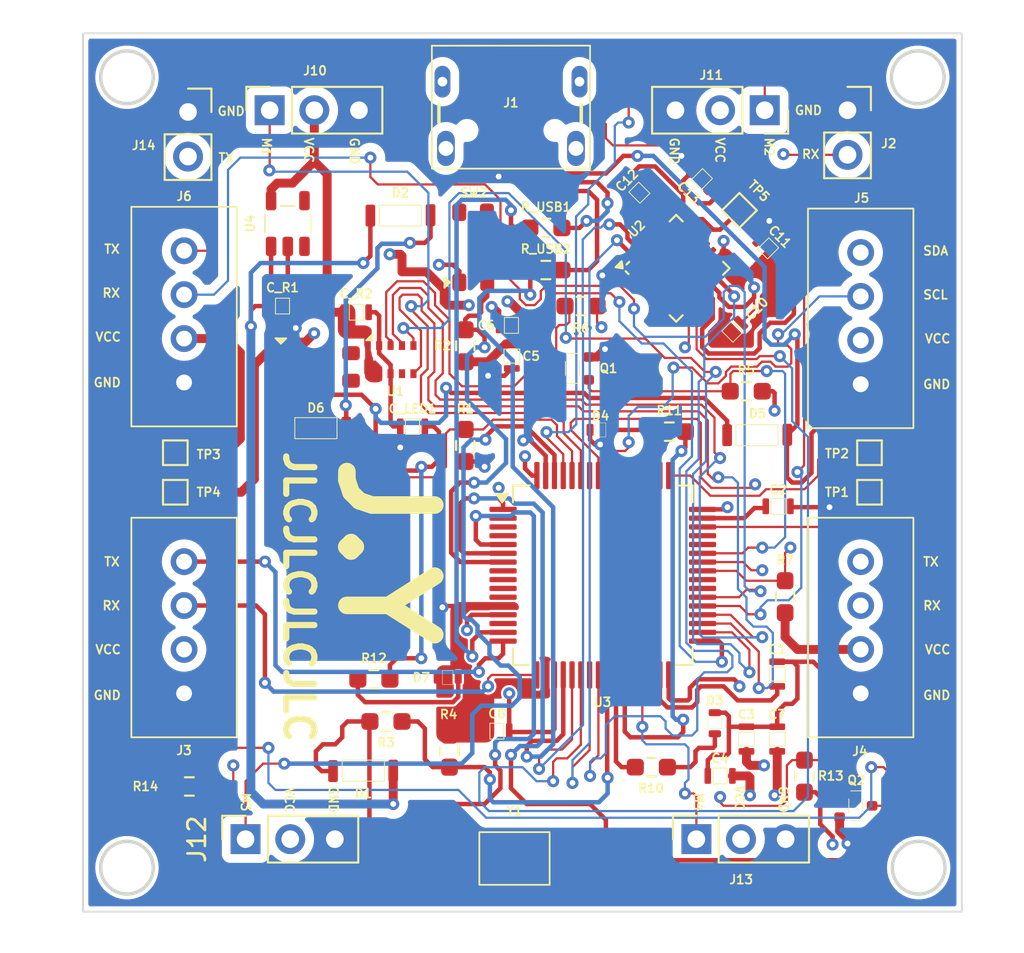
<source format=kicad_pcb>
(kicad_pcb (version 20240108) (generator "pcbnew") (generator_version "8.0")
  (layers (0 "F.Cu" signal "Front") (1 "In1.Cu" signal) (2 "In2.Cu" signal) (31 "B.Cu" signal "Back") (34 "B.Paste" user) (35 "F.Paste" user) (36 "B.SilkS" user "B.Silkscreen") (37 "F.SilkS" user "F.Silkscreen") (38 "B.Mask" user) (39 "F.Mask" user) (44 "Edge.Cuts" user))
  (net 0 "")
  (net 1 "GND")
  (net 2 "Net-(U3-VCAP_1)")
  (net 3 "Net-(U3-VCAP_2)")
  (net 4 "/VCC")
  (net 5 "Net-(U2-CPOUT)")
  (net 6 "Net-(U2-REGOUT)")
  (net 7 "Net-(D5-K)")
  (net 8 "Net-(D1-K)")
  (net 9 "/5V_USB")
  (net 10 "/5V")
  (net 11 "Net-(D3-A)")
  (net 12 "Net-(D4-A)")
  (net 13 "Net-(D7-A)")
  (net 14 "Net-(J1-D+)")
  (net 16 "Net-(J1-D-)")
  (net 17 "Net-(Q1-B)")
  (net 18 "/UART1_RX")
  (net 19 "/BOOT0")
  (net 20 "/NRST")
  (net 21 "Net-(U3-PC5)")
  (net 22 "/GYRO_CS")
  (net 26 "/LED1")
  (net 27 "/LED2")
  (net 28 "Net-(U3-PA4)")
  (net 29 "Net-(U3-PA1)")
  (net 32 "/GYRO_INT")
  (net 33 "/BUZZER")
  (net 35 "/UART1_TX")
  (net 36 "/SWDIO")
  (net 39 "/SWCLK")
  (net 42 "/UART5_RX")
  (net 44 "/S3")
  (net 47 "/UART6_RX")
  (net 50 "/PH0")
  (net 51 "/UART4_TX")
  (net 52 "/UART2_TX")
  (net 53 "/UART6_TX")
  (net 54 "/PH1")
  (net 55 "/S2")
  (net 56 "/UART4_RX")
  (net 57 "Net-(Q2-B)")
  (net 58 "/UART3_TX")
  (net 60 "/SBUS_OUT")
  (net 61 "/M1_Sig")
  (net 62 "/M2_Sig")
  (net 63 "/M3_Sig")
  (net 64 "/M4_Sig")
  (net 65 "/SDA")
  (net 66 "/SCL")
  (net 67 "/GYRO_MOSI")
  (net 68 "/GYRO_MISO")
  (net 69 "/GYRO_SCK")
  (net 70 "/BARO_CS")
  (net 71 "/BARO_SCK")
  (net 74 "/UART2_RX")
  (net 75 "/UART3_RX")
  (net 76 "/BARO_MISO")
  (net 77 "/BARO_MOSI")
  (net 78 "/SBUS_IN")
  (net 79 "/UART5_TX")
  (footprint "test:LTST-C191KGKT" (layer "F.Cu") (at 95.2 97.4)
    (property "Reference" "D3")
    (property "Value" "LED1" (hide yes))
  )
  (footprint "TestPoint:TestPoint_Pad_1.0x1.0mm" (layer "F.Cu") (at 96.6 68.2 135)
    (property "Reference" "TP5")
    (property "Value" "TestPoint" (hide yes))
  )
  (footprint "test:CC0603KRX7R8BB104" (layer "F.Cu") (at 94.43033 66.459619 -45)
    (property "Reference" "C13")
    (property "Value" "0.1µF" (hide yes))
  )
  (footprint "test:CC0603KRX7R8BB104" (layer "F.Cu") (at 98.8 85.1)
    (property "Reference" "C2")
    (property "Value" "100nF" (hide yes))
  )
  (footprint "test:BC817W" (layer "F.Cu") (at 103.225 102.1 180)
    (property "Reference" "Q2")
    (property "Value" "BC817W" (hide yes))
  )
  (footprint "Connector_PinSocket_2.54mm:PinSocket_1x03_P2.54mm_Vertical" (layer "F.Cu") (at 69.87 62.5 90)
    (property "Reference" "J10")
    (property "Value" "Conn_01x03_Pin" (hide yes))
  )
  (footprint "Package_QFP:LQFP-64_10x10mm_P0.5mm" (layer "F.Cu") (at 88.825 88.975)
    (property "Reference" "U3")
    (property "Value" "STM32F405RGTx" (hide yes))
  )
  (footprint "test:CC0603KRX7R8BB104" (layer "F.Cu") (at 83.6 76.5 -90)
    (property "Reference" "C5")
    (property "Value" "100nF" (hide yes))
  )
  (footprint "Resistor_SMD:R_0603_1608Metric_Pad0.98x0.95mm_HandSolder" (layer "F.Cu") (at 100.3 100.4125 90)
    (property "Reference" "R13")
    (property "Value" "1k" (hide yes))
  )
  (footprint "test:JST_B4B" (layer "F.Cu") (at 65 90.7 90)
    (property "Reference" "J3")
    (property "Value" "B4B-XH-A_LF__SN_" (hide yes))
  )
  (footprint "Connector_PinSocket_2.54mm:PinSocket_1x03_P2.54mm_Vertical" (layer "F.Cu") (at 98.04 62.5 -90)
    (property "Reference" "J11")
    (property "Value" "Conn_01x03_Pin" (hide yes))
  )
  (footprint "Resistor_SMD:R_0603_1608Metric_Pad0.98x0.95mm_HandSolder" (layer "F.Cu") (at 76.4875 97.3 180)
    (property "Reference" "R3")
    (property "Value" "10k" (hide yes))
  )
  (footprint "test:CC0603KRX7R8BB104" (layer "F.Cu") (at 98.8 94.6 90)
    (property "Reference" "C1")
    (property "Value" "100nF" (hide yes))
  )
  (footprint "test:ABLS-8.000MHZ-B4-T" (layer "F.Cu") (at 83.8 105.1)
    (property "Reference" "Y1")
    (property "Value" "8MHz" (hide yes))
  )
  (footprint "test:CC0603KRX7R8BB104" (layer "F.Cu") (at 82.8 97.9)
    (property "Reference" "C8")
    (property "Value" "100nF" (hide yes))
  )
  (footprint "Resistor_SMD:R_0603_1608Metric_Pad0.98x0.95mm_HandSolder" (layer "F.Cu") (at 85.5875 71.6)
    (property "Reference" "R_USB2")
    (property "Value" "22" (hide yes))
  )
  (footprint "test:DFLS130L-7" (layer "F.Cu") (at 97.6 81)
    (property "Reference" "D5")
    (property "Value" "DFLS130L-7" (hide yes))
  )
  (footprint "Resistor_SMD:R_0603_1608Metric_Pad0.98x0.95mm_HandSolder" (layer "F.Cu") (at 96.9875 78.5 180)
    (property "Reference" "R5")
    (property "Value" "1k" (hide yes))
  )
  (footprint "TestPoint:TestPoint_Pad_1.0x1.0mm" (layer "F.Cu") (at 64.5 84.25 90)
    (property "Reference" "TP4")
    (property "Value" "TestPoint" (hide yes))
  )
  (footprint "test:TPS7A2033PDBVR" (layer "F.Cu") (at 70.9 68.95 90)
    (property "Reference" "U4")
    (property "Value" "TPS7A2033PDBVR" (hide yes))
  )
  (footprint "test:CC0603KRX7R8BB104" (layer "F.Cu") (at 90.940381 67.23033 45)
    (property "Reference" "C12")
    (property "Value" "2.2nF" (hide yes))
  )
  (footprint "Resistor_SMD:R_0603_1608Metric_Pad0.98x0.95mm_HandSolder" (layer "F.Cu") (at 75.8 94.9 180)
    (property "Reference" "R12")
    (property "Value" "120" (hide yes))
  )
  (footprint "Sensor_Motion:InvenSense_QFN-24_4x4mm_P0.5mm" (layer "F.Cu") (at 93 71.5 45)
    (property "Reference" "U2")
    (property "Value" "MPU-6000" (hide yes))
  )
  (footprint "test:LTST-C191KGKT" (layer "F.Cu") (at 80 94.8 90)
    (property "Reference" "D7")
    (property "Value" "LED_ON_OFF" (hide yes))
  )
  (footprint "test:CC0603KRX7R8BB104" (layer "F.Cu") (at 97.05 98.3 90)
    (property "Reference" "C3")
    (property "Value" "100nF" (hide yes))
  )
  (footprint "test:DFLS130L-7" (layer "F.Cu") (at 72.5 80.6)
    (property "Reference" "D6")
    (property "Value" "DFLS130L-7" (hide yes))
  )
  (footprint "test:BMP280" (layer "F.Cu") (at 77.025 76.7)
    (property "Reference" "U1")
    (property "Value" "BMP280" (hide yes))
  )
  (footprint "test:JST_B4B" (layer "F.Cu") (at 103.5 90.7 90)
    (property "Reference" "J4")
    (property "Value" "B4B-XH-A_LF__SN_" (hide yes))
  )
  (footprint "test:DFLS130L-7" (layer "F.Cu") (at 75.2 100.1 180)
    (property "Reference" "D1")
    (property "Value" "DFLS130L-7" (hide yes))
  )
  (footprint "test:LTST-C191KGKT" (layer "F.Cu") (at 88.7 80.7 90)
    (property "Reference" "D4")
    (property "Value" "LED2" (hide yes))
  )
  (footprint "test:CC0603KRX7R8BB104" (layer "F.Cu") (at 98.2 70.4 -45)
    (property "Reference" "C11")
    (property "Value" "1µF" (hide yes))
  )
  (footprint "TestPoint:TestPoint_Pad_1.0x1.0mm" (layer "F.Cu") (at 104 84.25)
    (property "Reference" "TP1")
    (property "Value" "TestPoint" (hide yes))
  )
  (footprint "Resistor_SMD:R_0603_1608Metric_Pad0.98x0.95mm_HandSolder" (layer "F.Cu") (at 85.5875 69.2)
    (property "Reference" "R_USB1")
    (property "Value" "22" (hide yes))
  )
  (footprint "test:CC0603KRX7R8BB104" (layer "F.Cu") (at 83.625 74.7 180)
    (property "Reference" "C6")
    (property "Value" "100nF" (hide yes))
  )
  (footprint "Resistor_SMD:R_0603_1608Metric_Pad0.98x0.95mm_HandSolder" (layer "F.Cu") (at 81 75.9125 -90)
    (property "Reference" "R2")
    (property "Value" "10k" (hide yes))
  )
  (footprint "Resistor_SMD:R_0603_1608Metric_Pad0.98x0.95mm_HandSolder" (layer "F.Cu") (at 80.1 98.9875 90)
    (property "Reference" "R4")
    (property "Value" "10k" (hide yes))
  )
  (footprint "test:CC0603KRX7R8BB104" (layer "F.Cu") (at 78 80.55)
    (property "Reference" "C_LED1")
    (property "Value" "10μF" (hide yes))
  )
  (footprint "test:JST_B4B" (layer "F.Cu") (at 103.5 73.1 90)
    (property "Reference" "J5")
    (property "Value" "B4B-XH-A_LF__SN_" (hide yes))
  )
  (footprint "Resistor_SMD:R_0603_1608Metric_Pad0.98x0.95mm_HandSolder" (layer "F.Cu") (at 99.2 90.2 90)
    (property "Reference" "R7")
    (property "Value" "10k" (hide yes))
  )
  (footprint "test:CC0603KRX7R8BB104" (layer "F.Cu") (at 96.159619 75.06967 -135)
    (property "Reference" "C10")
    (property "Value" "0.1µF" (hide yes))
  )
  (footprint "Resistor_SMD:R_0603_1608Metric_Pad0.98x0.95mm_HandSolder" (layer "F.Cu") (at 87.5875 73.65 180)
    (property "Reference" "R6")
    (property "Value" "4.7k" (hide yes))
  )
  (footprint "Resistor_SMD:R_0603_1608Metric_Pad0.98x0.95mm_HandSolder" (layer "F.Cu") (at 91.5875 99.9)
    (property "Reference" "R10")
    (property "Value" "1k" (hide yes))
  )
  (footprint "Resistor_SMD:R_0603_1608Metric_Pad0.98x0.95mm_HandSolder" (layer "F.Cu") (at 81 81.5875 -90)
    (property "Reference" "R1")
    (property "Value" "10k" (hide yes))
  )
  (footprint "test:DFLS130L-7" (layer "F.Cu") (at 77.3 68.5)
    (property "Reference" "D2")
    (property "Value" "DFLS130L-7" (hide yes))
  )
  (footprint "test:USB_C" (layer "F.Cu") (at 83.6 61.575 180)
    (property "Reference" "J1")
    (property "Value" "USB_Micro_B" (hide yes))
  )
  (footprint "TestPoint:TestPoint_Pad_1.0x1.0mm" (layer "F.Cu") (at 64.5 82 180)
    (property "Reference" "TP3")
    (property "Value" "TestPoint" (hide yes))
  )
  (footprint "Resistor_SMD:R_0603_1608Metric_Pad0.98x0.95mm_HandSolder" (layer "F.Cu") (at 92.6125 80.8 180)
    (property "Reference" "R11")
    (property "Value" "1k" (hide yes))
  )
  (footprint "test:JST_B4B" (layer "F.Cu") (at 65 73 90)
    (property "Reference" "J6")
    (property "Value" "B4B-XH-A_LF__SN_" (hide yes))
  )
  (footprint "Connector_PinSocket_2.54mm:PinSocket_1x02_P2.54mm_Vertical" (layer "F.Cu") (at 65.225 62.6)
    (property "Reference" "J14")
    (property "Value" "B2B-XH-A__LF__SN_" (hide yes))
  )
  (footprint "test:BC817W" (layer "F.Cu") (at 87.1 77.2)
    (property "Reference" "Q1")
    (property "Value" "BC817W" (hide yes))
  )
  (footprint "Resistor_SMD:R_0603_1608Metric_Pad0.98x0.95mm_HandSolder" (layer "F.Cu") (at 65.3 101)
    (property "Reference" "R14")
    (property "Value" "4.7k" (hide yes))
  )
  (footprint "test:CC0603KRX7R8BB104" (layer "F.Cu") (at 70.6 73.7)
    (property "Reference" "C_R1")
    (property "Value" "1µF" (hide yes))
  )
  (footprint "test:CC0603KRX7R8BB104" (layer "F.Cu") (at 74.8 74.05)
    (property "Reference" "C_R2")
    (property "Value" "10µF" (hide yes))
  )
  (footprint "test:KMR221G LFS" (layer "F.Cu") (at 72.51 77.135)
    (property "Reference" "SW1" (hide yes))
    (property "Value" "TL1105SPF160Q1CBLK" (hide yes))
  )
  (footprint "Connector_PinSocket_2.54mm:PinSocket_1x02_P2.54mm_Vertical" (layer "F.Cu") (at 102.75 62.5)
    (property "Reference" "J2")
    (property "Value" "B2B-XH-A__LF__SN_" (hide yes))
  )
  (footprint "Connector_PinSocket_2.54mm:PinSocket_1x03_P2.54mm_Vertical" (layer "F.Cu") (at 94.15 104 90)
    (property "Reference" "J13")
    (property "Value" "Conn_01x03_Pin" (hide yes))
  )
  (footprint "test:KMR221G LFS" (layer "F.Cu") (at 81.465 70.3 90)
    (property "Reference" "SW2")
    (property "Value" "TL1105SPF160Q1CBLK" (hide yes))
  )
  (footprint "TestPoint:TestPoint_Pad_1.0x1.0mm" (layer "F.Cu") (at 104 82 180)
    (property "Reference" "TP2")
    (property "Value" "TestPoint" (hide yes))
  )
  (footprint "test:CC0603KRX7R8BB104" (layer "F.Cu") (at 98.8 98.3 90)
    (property "Reference" "C7")
    (property "Value" "100nF" (hide yes))
  )
  (footprint "test:CC0603KRX7R8BB104" (layer "F.Cu") (at 95.5 100.35 180)
    (property "Reference" "C4")
    (property "Value" "100nF" (hide yes))
  )
  (footprint "Connector_PinSocket_2.54mm:PinSocket_1x03_P2.54mm_Vertical" (layer "F.Cu") (at 68.5 104 90)
    (property "Reference" "J12")
    (property "Value" "Conn_01x03_Pin" (hide yes))
  )
  (gr_circle (center 61.75 60.625) (end 63.25 60.625) (stroke (width 0.2)) (fill none) (layer "Edge.Cuts"))
  (gr_circle (center 106.8 105.625) (end 108.3 105.625) (stroke (width 0.2)) (fill none) (layer "Edge.Cuts"))
  (gr_circle (center 61.75 105.625) (end 63.25 105.625) (stroke (width 0.2)) (fill none) (layer "Edge.Cuts"))
  (gr_circle (center 106.75 60.625) (end 108.25 60.625) (stroke (width 0.2)) (fill none) (layer "Edge.Cuts"))
  (gr_rect (start 59.25 58.125) (end 109.25 108.125) (stroke (width 0.1)) (fill none) (layer "Edge.Cuts"))
  (gr_text "VCC" (at 107.1 93.5 0) (layer "F.SilkS") (effects (font (size 0.5 0.5) (thickness 0.1) (bold yes)) (justify left bottom)))
  (gr_text "GND" (at 92.6 64 270) (layer "F.SilkS") (effects (font (size 0.5 0.5) (thickness 0.1) (bold yes)) (justify left bottom)))
  (gr_text "GND" (at 107 96.1 0) (layer "F.SilkS") (effects (font (size 0.5 0.5) (thickness 0.1) (bold yes)) (justify left bottom)))
  (gr_text "RX" (at 100.1 65.3 0) (layer "F.SilkS") (effects (font (size 0.5 0.5) (thickness 0.1) (bold yes)) (justify left bottom)))
  (gr_text "TX" (at 66.9 65.5 0) (layer "F.SilkS") (effects (font (size 0.5 0.5) (thickness 0.1) (bold yes)) (justify left bottom)))
  (gr_text "GND" (at 74.4 64 270) (layer "F.SilkS") (effects (font (size 0.5 0.5) (thickness 0.1) (bold yes)) (justify left bottom)))
  (gr_text "VCC" (at 59.9 75.7 0) (layer "F.SilkS") (effects (font (size 0.5 0.5) (thickness 0.1) (bold yes)) (justify left bottom)))
  (gr_text "J.Y" (at 73.6 81.7 270) (layer "F.SilkS") (effects (font (size 5 5) (thickness 1) (bold yes)) (justify left bottom)))
  (gr_text "GND" (at 59.8 78.3 0) (layer "F.SilkS") (effects (font (size 0.5 0.5) (thickness 0.1) (bold yes)) (justify left bottom)))
  (gr_text "VCC" (at 107.1 75.8 0) (layer "F.SilkS") (effects (font (size 0.5 0.5) (thickness 0.1) (bold yes)) (justify left bottom)))
  (gr_text "VCC" (at 95.2 64 270) (layer "F.SilkS") (effects (font (size 0.5 0.5) (thickness 0.1) (bold yes)) (justify left bottom)))
  (gr_text "M3" (at 68.2 101.3 270) (layer "F.SilkS") (effects (font (size 0.5 0.5) (thickness 0.1) (bold yes)) (justify left bottom)))
  (gr_text "GND" (at 66.85 62.85 0) (layer "F.SilkS") (effects (font (size 0.5 0.5) (thickness 0.1) (bold yes)) (justify left bottom)))
  (gr_text "VCC" (at 96.3 100.9 270) (layer "F.SilkS") (effects (font (size 0.5 0.5) (thickness 0.1) (bold yes)) (justify left bottom)))
  (gr_text "TX" (at 107 88.5 0) (layer "F.SilkS") (effects (font (size 0.5 0.5) (thickness 0.1) (bold yes)) (justify left bottom)))
  (gr_text "RX" (at 107 91 0) (layer "F.SilkS") (effects (font (size 0.5 0.5) (thickness 0.1) (bold yes)) (justify left bottom)))
  (gr_text "RX" (at 60.3 73.2 0) (layer "F.SilkS") (effects (font (size 0.5 0.5) (thickness 0.1) (bold yes)) (justify left bottom)))
  (gr_text "GND" (at 99.7 62.8 0) (layer "F.SilkS") (effects (font (size 0.5 0.5) (thickness 0.1) (bold yes)) (justify left bottom)))
  (gr_text "GND" (at 107 78.4 0) (layer "F.SilkS") (effects (font (size 0.5 0.5) (thickness 0.1) (bold yes)) (justify left bottom)))
  (gr_text "M1" (at 69.4 64 -90) (layer "F.SilkS") (effects (font (size 0.5 0.5) (thickness 0.1) (bold yes)) (justify left bottom)))
  (gr_text "RX" (at 60.3 91 0) (layer "F.SilkS") (effects (font (size 0.5 0.5) (thickness 0.1) (bold yes)) (justify left bottom)))
  (gr_text "M4" (at 94 101.3 270) (layer "F.SilkS") (effects (font (size 0.5 0.5) (thickness 0.1) (bold yes)) (justify left bottom)))
  (gr_text "GND" (at 59.8 96.1 0) (layer "F.SilkS") (effects (font (size 0.5 0.5) (thickness 0.1) (bold yes)) (justify left bottom)))
  (gr_text "VCC" (at 59.9 93.5 0) (layer "F.SilkS") (effects (font (size 0.5 0.5) (thickness 0.1) (bold yes)) (justify left bottom)))
  (gr_text "VCC" (at 71.8 64 270) (layer "F.SilkS") (effects (font (size 0.5 0.5) (thickness 0.1) (bold yes)) (justify left bottom)))
  (gr_text "TX" (at 60.4 88.5 0) (layer "F.SilkS") (effects (font (size 0.5 0.5) (thickness 0.1) (bold yes)) (justify left bottom)))
  (gr_text "SDA" (at 107 70.8 0) (layer "F.SilkS") (effects (font (size 0.5 0.5) (thickness 0.1) (bold yes)) (justify left bottom)))
  (gr_text "GND" (at 98.8 100.9 270) (layer "F.SilkS") (effects (font (size 0.5 0.5) (thickness 0.1) (bold yes)) (justify left bottom)))
  (gr_text "GND\n" (at 73.2 100.9 270) (layer "F.SilkS") (effects (font (size 0.5 0.5) (thickness 0.1) (bold yes)) (justify left bottom)))
  (gr_text "VCC" (at 70.7 101 270) (layer "F.SilkS") (effects (font (size 0.5 0.5) (thickness 0.1) (bold yes)) (justify left bottom)))
  (gr_text "M2\n" (at 98 64 270) (layer "F.SilkS") (effects (font (size 0.5 0.5) (thickness 0.1) (bold yes)) (justify left bottom)))
  (gr_text "JLCJLCJLCJLC" (at 70.6 81.75 270) (layer "F.SilkS") (effects (font (size 1.6 1.6) (thickness 0.35) (bold yes)) (justify left bottom)))
  (gr_text "SCL" (at 107 73.3 0) (layer "F.SilkS") (effects (font (size 0.5 0.5) (thickness 0.1) (bold yes)) (justify left bottom)))
  (gr_text "TX" (at 60.4 70.7 0) (layer "F.SilkS") (effects (font (size 0.5 0.5) (thickness 0.1) (bold yes)) (justify left bottom)))
  (segment (start 90.342283 71.6) (end 90 71.6) (width 0.254) (layer "F.Cu") (net 1))
  (segment (start 91.8 65.7) (end 90.9 65.7) (width 0.254) (layer "F.Cu") (net 1))
  (segment (start 94.8 99.5) (end 94.8 100.4) (width 0.254) (layer "F.Cu") (net 1))
  (segment (start 82.9 66.2761) (end 82.8761 66.2761) (width 0.254) (layer "F.Cu") (net 1))
  (segment (start 101.2 95.3) (end 101.6 95.7) (width 0.254) (layer "F.Cu") (net 1))
  (segment (start 99.9 94.15) (end 99.65 93.9) (width 0.254) (layer "F.Cu") (net 1))
  (segment (start 99.2 96.3) (end 99.6 96.3) (width 0.254) (layer "F.Cu") (net 1))
  (segment (start 94.032233 68.7) (end 94.5 68.7) (width 0.254) (layer "F.Cu") (net 1))
  (segment (start 98.75 97.6) (end 97 97.6) (width 0.254) (layer "F.Cu") (net 1))
  (segment (start 90 71.6) (end 89.6 72) (width 0.254) (layer "F.Cu") (net 1))
  (segment (start 76.75 76.996) (end 76.75 77.5) (width 0.254) (layer "F.Cu") (net 1))
  (segment (start 90.737258 71.994975) (end 90.342283 71.6) (width 0.254) (layer "F.Cu") (net 1))
  (segment (start 99.6 96.3) (end 99.9 96) (width 0.254) (layer "F.Cu") (net 1))
  (segment (start 70.9 71.9) (end 71.2 72.2) (width 0.254) (layer "F.Cu") (net 1))
  (segment (start 97.433834 73.866166) (end 97.433834 72.592001) (width 0.127) (layer "F.Cu") (net 1))
  (segment (start 95.9 99.2) (end 95.1 99.2) (width 0.254) (layer "F.Cu") (net 1))
  (segment (start 96 99.1) (end 95.9 99.2) (width 0.254) (layer "F.Cu") (net 1))
  (segment (start 97.6 69.5) (end 98.3 68.8) (width 0.254) (layer "F.Cu") (net 1))
  (segment (start 70.9 70.25) (end 70.9 71.9) (width 0.254) (layer "F.Cu") (net 1))
  (segment (start 88.025 76.55) (end 88.5 76.55) (width 0.508) (layer "F.Cu") (net 1))
  (segment (start 82.8761 66.2761) (end 82.3 65.7) (width 0.254) (layer "F.Cu") (net 1))
  (segment (start 95.1 99.2) (end 94.8 99.5) (width 0.254) (layer "F.Cu") (net 1))
  (segment (start 95.302137 67.4) (end 95.8 67.4) (width 0.254) (layer "F.Cu") (net 1))
  (segment (start 93.494975 69.237258) (end 94.032233 68.7) (width 0.254) (layer "F.Cu") (net 1))
  (segment (start 98.75 93.9) (end 100.8 93.9) (width 0.254) (layer "F.Cu") (net 1))
  (segment (start 79.5 71.3) (end 80.3 71.3) (width 0.254) (layer "F.Cu") (net 1))
  (segment (start 93.4 66.5) (end 93.4 66.9) (width 0.254) (layer "F.Cu") (net 1))
  (segment (start 96 97.6) (end 96 99.1) (width 0.254) (layer "F.Cu") (net 1))
  (segment (start 79.775 90.725) (end 79.7 90.8) (width 0.254) (layer "F.Cu") (net 1))
  (segment (start 99.65 93.9) (end 98.75 93.9) (width 0.254) (layer "F.Cu") (net 1))
  (segment (start 95.9969 73.6969) (end 95.462 73.162) (width 0.254) (layer "F.Cu") (net 1))
  (segment (start 81.45 97.85) (end 82.1 97.85) (width 0.254) (layer "F.Cu") (net 1))
  (segment (start 96.9031 73.6969) (end 95.9969 73.6969) (width 0.254) (layer "F.Cu") (net 1))
  (segment (start 101.2 94.3) (end 101.2 95.3) (width 0.254) (layer "F.Cu") (net 1))
  (segment (start 98.75 97.6) (end 98.75 96.75) (width 0.254) (layer "F.Cu") (net 1))
  (segment (start 82.925 74.75) (end 82.925 73.925) (width 0.254) (layer "F.Cu") (net 1))
  (segment (start 101.7239 85.1) (end 99.55 85.1) (width 0.254) (layer "F.Cu") (net 1))
  (segment (start 102.75 103.98158) (end 102.75 104.25) (width 0.508) (layer "F.Cu") (net 1))
  (segment (start 90 66.6) (end 90 67.279898) (width 0.254) (layer "F.Cu") (net 1))
  (segment (start 85.575 82.175) (end 85.575 83.3) (width 0.254) (layer "F.Cu") (net 1))
  (segment (start 88.8 72) (end 88.8 71.9031) (width 0.254) (layer "F.Cu") (net 1))
  (segment (start 83.15 90.725) (end 79.775 90.725) (width 0.254) (layer "F.Cu") (net 1))
  (segment (start 76.1 75.9) (end 76.1 74.2) (width 0.254) (layer "F.Cu") (net 1))
  (segment (start 77.3 80.5) (end 77.3 81.7) (width 0.254) (layer "F.Cu") (net 1))
  (segment (start 90 67.279898) (end 90.410051 67.689949) (width 0.254) (layer "F.Cu") (net 1))
  (segment (start 89.6 72) (end 88.8 72) (width 0.254) (layer "F.Cu") (net 1))
  (segment (start 88.366743 81.527927) (end 88.677483 81.527927) (width 0.254) (layer "F.Cu") (net 1))
  (segment (start 88.5 76.55) (end 88.95 76.1) (width 0.508) (layer "F.Cu") (net 1))
  (segment (start 93.3 65.1) (end 93.3 65.258578) (width 0.254) (layer "F.Cu") (net 1))
  (segment (start 76.1 74.2) (end 75.9 74) (width 0.254) (layer "F.Cu") (net 1))
  (segment (start 80.665 72.21) (end 80.535 72.34) (width 0.254) (layer "F.Cu") (net 1))
  (segment (start 80.3 71.3) (end 80.665 71.665) (width 0.254) (layer "F.Cu") (net 1))
  (segment (start 76.75 77.5) (end 76.75 80.35) (width 0.254) (layer "F.Cu") (net 1))
  (segment (start 100.8 93.9) (end 101.2 94.3) (width 0.254) (layer "F.Cu") (net 1))
  (segment (start 81 82.5) (end 81.8 82.5) (width 0.254) (layer "F.Cu") (net 1))
  (segment (start 90.9 65.7) (end 90 66.6) (width 0.254) (layer "F.Cu") (net 1))
  (segment (start 94.5 68.7) (end 95.1 69.3) (width 0.254) (layer "F.Cu") (net 1))
  (segment (start 84.7 81.3) (end 85.575 82.175) (width 0.254) (layer "F.Cu") (net 1))
  (segment (start 96 97.6) (end 97 97.6) (width 0.254) (layer "F.Cu") (net 1))
  (segment (start 80.1 98.075) (end 81.225 98.075) (width 0.254) (layer "F.Cu") (net 1))
  (segment (start 97.433834 73.166166) (end 96.9031 73.6969) (width 0.254) (layer "F.Cu") (net 1))
  (segment (start 96 97) (end 96 97.6) (width 0.254) (layer "F.Cu") (net 1))
  (segment (start 102.3 103.53158) (end 102.75 103.98158) (width 0.508) (layer "F.Cu") (net 1))
  (segment (start 97.433834 72.592001) (end 97.433834 73.166166) (width 0.254) (layer "F.Cu") (net 1))
  (segment (start 76.75 80.35) (end 76.9 80.5) (width 0.254) (layer "F.Cu") (net 1))
  (segment (start 93.494975 69.237258) (end 93 68.742283) (width 0.254) (layer "F.Cu") (net 1))
  (segment (start 96.689949 74.610051) (end 97.433834 73.866166) (width 0.127) (layer "F.Cu") (net 1))
  (segment (start 76.9 80.5) (end 77.3 80.5) (width 0.254) (layer "F.Cu") (net 1))
  (segment (start 95.1 69.3) (end 95.5 69.3) (width 0.254) (layer "F.Cu") (net 1))
  (segment (start 71.2 72.2) (end 71.2 73.65) (width 0.254) (layer "F.Cu") (net 1))
  (segment (start 93.4 67.8) (end 93.4 67.3) (width 0.254) (layer "F.Cu") (net 1))
  (segment (start 101.6 95.7) (end 103.5 95.7) (width 0.254) (layer "F.Cu") (net 1))
  (segment (start 84.3 81.3) (end 84.7 81.3) (width 0.254) (layer "F.Cu") (net 1))
  (segment (start 95.2 96.8) (end 95.8 96.8) (width 0.254) (layer "F.Cu") (net 1))
  (segment (start 95.462 73.162) (end 95.462 72.90134) (width 0.254) (layer "F.Cu") (net 1))
  (segment (start 75.9 74) (end 75.5 74) (width 0.254) (layer "F.Cu") (net 1))
  (segment (start 88.1 81.261184) (end 88.366743 81.527927) (width 0.254) (layer "F.Cu") (net 1))
  (segment (start 97.6 69.729289) (end 97.6 69.5) (width 0.254) (layer "F.Cu") (net 1))
  (segment (start 96.6 97.6) (end 97 97.6) (width 0.254) (layer "F.Cu") (net 1))
  (segment (start 82.925 73.925) (end 82.7 73.7) (width 0.254) (layer "F.Cu") (net 1))
  (segment (start 76.1 75.9) (end 76.1 76.346) (width 0.254) (layer "F.Cu") (net 1))
  (segment (start 80.665 71.665) (end 80.665 72.21) (width 0.254) (layer "F.Cu") (net 1))
  (segment (start 97.740381 69.86967) (end 97.6 69.729289) (width 0.254) (layer "F.Cu") (net 1))
  (segment (start 93 68.2) (end 93.4 67.8) (width 0.254) (layer "F.Cu") (net 1))
  (segment (start 93.4 66.9) (end 94.3 67.8) (width 0.254) (layer "F.Cu") (net 1))
  (segment (start 81.225 98.075) (end 81.45 97.85) (width 0.254) (layer "F.Cu") (net 1))
  (segment (start 76.1 76.346) (end 76.75 76.996) (width 0.254) (layer "F.Cu") (net 1))
  (segment (start 71.35 74.9) (end 71.35 73.7) (width 0.254) (layer "F.Cu") (net 1))
  (segment (start 88.1 80.7) (end 88.1 81.261184) (width 0.254) (layer "F.Cu") (net 1))
  (segment (start 95.8 96.8) (end 96 97) (width 0.254) (layer "F.Cu") (net 1))
  (segment (start 99.55 85.1) (end 99.5 85.05) (width 0.254) (layer "F.Cu") (net 1))
  (segment (start 93.4 67.3) (end 91.8 65.7) (width 0.254) (layer "F.Cu") (net 1))
  (segment (start 71.35 73.7) (end 71.3 73.65) (width 0.254) (layer "F.Cu") (net 1))
  (segment (start 94.3 67.8) (end 94.902137 67.8) (width 0.254) (layer "F.Cu") (net 1))
  (segment (start 82.3 77.6171) (end 83.2329 77.6171) (width 0.254) (layer "F.Cu") (net 1))
  (segment (start 82.3 65.7) (end 82.3 64.7) (width 0.254) (layer "F.Cu") (net 1))
  (segment (start 95.8 67.4) (end 96.6 68.2) (width 0.254) (layer "F.Cu") (net 1))
  (segment (start 93 68.742283) (end 93 68.2) (width 0.254) (layer "F.Cu") (net 1))
  (segment (start 95.462 72.90134) (end 94.909188 72.348528) (width 0.254) (layer "F.Cu") (net 1))
  (segment (start 83.2329 77.6171) (end 83.65 77.2) (width 0.254) (layer "F.Cu") (net 1))
  (segment (start 81.8 82.5) (end 82.1 82.8) (width 0.254) (layer "F.Cu") (net 1))
  (segment (start 82.7 73.7) (end 82.5 73.7) (width 0.254) (layer "F.Cu") (net 1))
  (segment (start 102.3 102.75) (end 102.3 103.53158) (width 0.508) (layer "F.Cu") (net 1))
  (segment (start 94.902137 67.8) (end 95.302137 67.4) (width 0.254) (layer "F.Cu") (net 1))
  (segment (start 99.9 96) (end 99.9 94.15) (width 0.254) (layer "F.Cu") (net 1))
  (segment (start 93.970711 65.929289) (end 93.4 66.5) (width 0.254) (layer "F.Cu") (net 1))
  (segment (start 93.3 65.258578) (end 93.970711 65.929289) (width 0.254) (layer "F.Cu") (net 1))
  (segment (start 95.5 69.3) (end 96.6 68.2) (width 0.254) (layer "F.Cu") (net 1))
  (segment (start 98.75 96.75) (end 99.2 96.3) (width 0.254) (layer "F.Cu") (net 1))
  (via (at 82.9 66.2761) (size 0.6858) (drill 0.3302) (layers "F.Cu" "B.Cu") (net 1))
  (via (at 84.3 81.3) (size 0.6858) (drill 0.3302) (layers "F.Cu" "B.Cu") (net 1))
  (via (at 77.3 81.7) (size 0.6858) (drill 0.3302) (layers "F.Cu" "B.Cu") (net 1))
  (via (at 97.433834 72.592001) (size 0.6858) (drill 0.3302) (layers "F.Cu" "B.Cu") (net 1))
  (via (at 98.3 68.8) (size 0.6858) (drill 0.3302) (layers "F.Cu" "B.Cu") (net 1))
  (via (at 101.7239 85.1) (size 0.6858) (drill 0.3302) (layers "F.Cu" "B.Cu") (net 1))
  (via (at 82.3 77.6171) (size 0.6858) (drill 0.3302) (layers "F.Cu" "B.Cu") (net 1))
  (via (at 79.7 90.8) (size 0.6858) (drill 0.3302) (layers "F.Cu" "B.Cu") (net 1))
  (via (at 82.1 82.8) (size 0.6858) (drill 0.3302) (layers "F.Cu" "B.Cu") (net 1))
  (via (at 88.677483 81.527927) (size 0.6858) (drill 0.3302) (layers "F.Cu" "B.Cu") (net 1))
  (via (at 79.5 71.3) (size 0.6858) (drill 0.3302) (layers "F.Cu" "B.Cu") (net 1))
  (via (at 71.35 74.9) (size 0.6858) (drill 0.3302) (layers "F.Cu" "B.Cu") (net 1))
  (via (at 82.5 73.7) (size 0.6858) (drill 0.3302) (layers "F.Cu" "B.Cu") (net 1))
  (via (at 88.8 71.9031) (size 0.6858) (drill 0.3302) (layers "F.Cu" "B.Cu") (net 1))
  (via (at 93.3 65.1) (size 0.6858) (drill 0.3302) (layers "F.Cu" "B.Cu") (net 1))
  (via (at 88.95 76.1) (size 0.6858) (drill 0.3302) (layers "F.Cu" "B.Cu") (net 1))
  (via (at 102.75 104.25) (size 0.6858) (drill 0.3302) (layers "F.Cu" "B.Cu") (net 1))
  (segment (start 106 85.1) (end 106 78.9) (width 0.254) (layer "B.Cu") (net 1))
  (segment (start 101.7239 85.1) (end 106 85.1) (width 0.254) (layer "B.Cu") (net 1))
  (segment (start 105.2 78.1) (end 103.5 78.1) (width 0.254) (layer "B.Cu") (net 1))
  (segment (start 106 78.9) (end 105.2 78.1) (width 0.254) (layer "B.Cu") (net 1))
  (segment (start 92.5 96.5) (end 93.9 96.5) (width 0.254) (layer "F.Cu") (net 2))
  (segment (start 93.9 96.5) (end 94.2 96.2) (width 0.254) (layer "F.Cu") (net 2))
  (segment (start 95.7 95.3) (end 96.5 96.1) (width 0.254) (layer "F.Cu") (net 2))
  (segment (start 96.5 96.1) (end 98.4 96.1) (width 0.254) (layer "F.Cu") (net 2))
  (segment (start 92.075 94.65) (end 92.075 96.075) (width 0.254) (layer "F.Cu") (net 2))
  (segment (start 94.2 95.5) (end 94.4 95.3) (width 0.254) (layer "F.Cu") (net 2))
  (segment (start 92.075 96.075) (end 92.5 96.5) (width 0.254) (layer "F.Cu") (net 2))
  (segment (start 94.4 95.3) (end 95.7 95.3) (width 0.254) (layer "F.Cu") (net 2))
  (segment (start 98.75 95.75) (end 98.75 95.3) (width 0.254) (layer "F.Cu") (net 2))
  (segment (start 94.2 96.2) (end 94.2 95.5) (width 0.254) (layer "F.Cu") (net 2))
  (segment (start 98.4 96.1) (end 98.75 95.75) (width 0.254) (layer "F.Cu") (net 2))
  (segment (start 97.45 85.15) (end 98.1 85.15) (width 0.254) (layer "F.Cu") (net 3))
  (segment (start 96.875 85.725) (end 97.45 85.15) (width 0.254) (layer "F.Cu") (net 3))
  (segment (start 94.5 85.725) (end 96.875 85.725) (width 0.254) (layer "F.Cu") (net 3))
  (segment (start 100.925 101.325) (end 101.2 101.6) (width 0.254) (layer "F.Cu") (net 4))
  (segment (start 83.65 75.8) (end 84.2 75.8) (width 0.508) (layer "F.Cu") (net 4))
  (segment (start 81.1 91.5) (end 81.375 91.225) (width 0.254) (layer "F.Cu") (net 4))
  (segment (start 64.5 82) (end 67.4 82) (width 0.508) (layer "F.Cu") (net 4))
  (segment (start 68.2 81.2) (end 68.2 76.3) (width 0.508) (layer "F.Cu") (net 4))
  (segment (start 72.4 75.2) (end 71.9 75.7) (width 0.508) (layer "F.Cu") (net 4))
  (segment (start 68.25 84.25) (end 64.5 84.25) (width 0.508) (layer "F.Cu") (net 4))
  (segment (start 84.2 75.8) (end 84.325 75.675) (width 0.508) (layer "F.Cu") (net 4))
  (segment (start 85.9 97.9) (end 83.55 97.9) (width 0.254) (layer "F.Cu") (net 4))
  (segment (start 79.996052 73.6) (end 79.8 73.403948) (width 0.508) (layer "F.Cu") (net 4))
  (segment (start 84.4 82.2) (end 84.4 82.9) (width 0.254) (layer "F.Cu") (net 4))
  (segment (start 98 99.8) (end 97.2 99.8) (width 0.508) (layer "F.Cu") (net 4))
  (segment (start 86.075 97.725) (end 85.9 97.9) (width 0.254) (layer "F.Cu") (net 4))
  (segment (start 95.7 69.944146) (end 95.7 70.567767) (width 0.254) (layer "F.Cu") (net 4))
  (segment (start 77.3 70.7) (end 76.7 70.7) (width 0.508) (layer "F.Cu") (net 4))
  (segment (start 73.14 66.14) (end 73.14 73.74) (width 0.508) (layer "F.Cu") (net 4))
  (segment (start 69.95 67) (end 70.3 66.65) (width 0.508) (layer "F.Cu") (net 4))
  (segment (start 99.2 91.1125) (end 99.2 92.5) (width 0.508) (layer "F.Cu") (net 4))
  (segment (start 83.32375 75.8) (end 83.65 75.8) (width 0.508) (layer "F.Cu") (net 4))
  (segment (start 83.15 85.225) (end 83.15 84.85) (width 0.254) (layer "F.Cu") (net 4))
  (segment (start 95.919 85.1) (end 95.794 85.225) (width 0.254) (layer "F.Cu") (net 4))
  (segment (start 98.6 78.6) (end 98.6 79.6) (width 0.254) (layer "F.Cu") (net 4))
  (segment (start 96.6 95.2) (end 96.6 95.3) (width 0.254) (layer "F.Cu") (net 4))
  (segment (start 81.1 92.1) (end 81.1 91.5) (width 0.254) (layer "F.Cu") (net 4))
  (segment (start 97.2 101.5) (end 97.2 100.5) (width 0.508) (layer "F.Cu") (net 4))
  (segment (start 92.575 95.975) (end 92.7 96.1) (width 0.254) (layer "F.Cu") (net 4))
  (segment (start 71.17 66.65) (end 72.41 65.41) (width 0.508) (layer "F.Cu") (net 4))
  (segment (start 98.5 78.5) (end 98.6 78.6) (width 0.254) (layer "F.Cu") (net 4))
  (segment (start 70.3 66.65) (end 71.17 66.65) (width 0.508) (layer "F.Cu") (net 4))
  (segment (start 68.2 76.3) (end 67.4 75.5) (width 0.508) (layer "F.Cu") (net 4))
  (segment (start 93.661184 96.1) (end 93.780592 95.980592) (width 0.254) (layer "F.Cu") (net 4))
  (segment (start 98.6 101.5) (end 98.75 101.35) (width 0.508) (layer "F.Cu") (net 4))
  (segment (start 99.2 92.5) (end 99.9 93.2) (width 0.508) (layer "F.Cu") (net 4))
  (segment (start 71.135 75.7) (end 70.5 76.335) (width 0.508) (layer "F.Cu") (net 4))
  (segment (start 69.95 67.65) (end 69.95 67) (width 0.508) (layer "F.Cu") (net 4))
  (segment (start 97.9 78.5) (end 98.5 78.5) (width 0.254) (layer "F.Cu") (net 4))
  (segment (start 82.9 84.6) (end 82.9 84) (width 0.254) (layer "F.Cu") (net 4))
  (segment (start 95.794 85.225) (end 94.5 85.225) (width 0.254) (layer "F.Cu") (net 4))
  (segment (start 73.14 73.74) (end 73.4 74) (width 0.508) (layer "F.Cu") (net 4))
  (segment (start 73.4 74) (end 74.1 74) (width 0.508) (layer "F.Cu") (net 4))
  (segment (start 92.7 96.1) (end 93.661184 96.1) (width 0.254) (layer "F.Cu") (net 4))
  (segment (start 97.2 100.5) (end 97.1 100.4) (width 0.508) (layer "F.Cu") (net 4))
  (segment (start 94.261184 94.9) (end 96.3 94.9) (width 0.254) (layer "F.Cu") (net 4))
  (segment (start 79.8 73.403948) (end 79.8 72.703948) (width 0.508) (layer "F.Cu") (net 4))
  (segment (start 93.780592 95.380592) (end 94.261184 94.9) (width 0.254) (layer "F.Cu") (net 4))
  (segment (start 101.2 103.15) (end 101.9 103.85) (width 0.254) (layer "F.Cu") (net 4))
  (segment (start 71.9 75.7) (end 71.135 75.7) (width 0.508) (layer "F.Cu") (net 4))
  (segment (start 72.41 65.41) (end 73.14 66.14) (width 0.508) (layer "F.Cu") (net 4))
  (segment (start 99.1125 91.2) (end 99.2 91.1125) (width 0.508) (layer "F.Cu") (net 4))
  (segment (start 67.4 75.5) (end 65 75.5) (width 0.508) (layer "F.Cu") (net 4))
  (segment (start 67.4 82) (end 68.2 81.2) (width 0.508) (layer "F.Cu") (net 4))
  (segment (start 82.29875 76.825) (end 83.32375 75.8) (width 0.508) (layer "F.Cu") (net 4))
  (segment (start 79.8 72.703948) (end 78.796052 71.7) (width 0.508) (layer "F.Cu") (net 4))
  (segment (start 69 83.5) (end 68.25 84.25) (width 0.508) (layer "F.Cu") (net 4))
  (segment (start 77.4 71.7) (end 77.4 70.8) (width 0.508) (layer "F.Cu") (net 4))
  (segment (start 86.075 94.65) (end 86.075 97.725) (width 0.254) (layer "F.Cu") (net 4))
  (segment (start 93.780592 95.980592) (end 93.780592 95.380592) (width 0.254) (layer "F.Cu") (net 4))
  (segment (start 70.51 76.335) (end 69.665 76.335) (width 0.508) (layer "F.Cu") (net 4))
  (segment (start 81.2 73.6) (end 79.996052 73.6) (width 0.508) (layer "F.Cu") (net 4))
  (segment (start 84.325 74.187565) (end 84.325 74.75) (width 0.508) (layer "F.Cu") (net 4))
  (segment (start 84.8 83.3) (end 85.075 83.3) (width 0.254) (layer "F.Cu") (net 4))
  (segment (start 95.7 70.567767) (end 95.262742 71.005025) (width 0.254) (layer "F.Cu") (net 4))
  (segment (start 72.41 62.7) (end 72.41 65.41) (width 0.508) (layer "F.Cu") (net 4))
  (segment (start 83.518435 73.381) (end 84.325 74.187565) (width 0.508) (layer "F.Cu") (net 4))
  (segment (start 81 76.825) (end 82.29875 76.825) (width 0.508) (layer "F.Cu") (net 4))
  (segment (start 83.15 84.85) (end 82.9 84.6) (width 0.254) (layer "F.Cu") (net 4))
  (segment (start 101.9 103.85) (end 101.9 104.3) (width 0.254) (layer "F.Cu") (net 4))
  (segment (start 83.5 95.7) (end 83.5 97.85) (width 0.254) (layer "F.Cu") (net 4))
  (segment (start 99.9 93.2) (end 103.5 93.2) (width 0.508) (layer "F.Cu") (net 4))
  (segment (start 78.796052 71.7) (end 77.4 71.7) (width 0.508) (layer "F.Cu") (net 4))
  (segment (start 69.665 76.335) (end 69 77) (width 0.508) (layer "F.Cu") (net 4))
  (segment (start 97 99.6) (end 97 99) (width 0.508) (layer "F.Cu") (net 4))
  (segment (start 83.4 73.381) (end 83.518435 73.381) (width 0.508) (layer "F.Cu") (net 4))
  (segment (start 100.3 101.325) (end 100.925 101.325) (width 0.254) (layer "F.Cu") (net 4))
  (segment (start 97.1 100.4) (end 96.2 100.4) (width 0.508) (layer "F.Cu") (net 4))
  (segment (start 97.2 99.8) (end 97 99.6) (width 0.508) (layer "F.Cu") (net 4))
  (segment (start 92.575 94.65) (end 92.575 95.975) (width 0.254) (layer "F.Cu") (net 4))
  (segment (start 96.3 94.9) (end 96.6 95.2) (width 0.254) (layer "F.Cu") (net 4))
  (segment (start 98.75 101.35) (end 98.75 99) (width 0.508) (layer "F.Cu") (net 4))
  (segment (start 69 77) (end 69 83.5) (width 0.508) (layer "F.Cu") (net 4))
  (segment (start 77.4 70.8) (end 77.3 70.7) (width 0.508) (layer "F.Cu") (net 4))
  (segment (start 84.4 82.9) (end 84.8 83.3) (width 0.254) (layer "F.Cu") (net 4))
  (segment (start 101.2 101.6) (end 101.2 103.15) (width 0.254) (layer "F.Cu") (net 4))
  (segment (start 72.21 62.5) (end 72.41 62.7) (width 0.508) (layer "F.Cu") (net 4))
  (segment (start 83.55 97.9) (end 83.5 97.85) (width 0.254) (layer "F.Cu") (net 4))
  (segment (start 81.375 91.225) (end 83.15 91.225) (width 0.254) (layer "F.Cu") (net 4))
  (segment (start 84.325 75.675) (end 84.325 74.6) (width 0.508) (layer "F.Cu") (net 4))
  (via (at 95.919 85.1) (size 0.6858) (drill 0.3302) (layers "F.Cu" "B.Cu") (net 4))
  (via (at 98.6 79.6) (size 0.6858) (drill 0.3302) (layers "F.Cu" "B.Cu") (net 4))
  (via (at 98.6 101.5) (size 0.6858) (drill 0.3302) (layers "F.Cu" "B.Cu") (net 4))
  (via (at 97.2 101.5) (size 0.6858) (drill 0.3302) (layers "F.Cu" "B.Cu") (net 4))
  (via (at 81.1 92.1) (size 0.6858) (drill 0.3302) (layers "F.Cu" "B.Cu") (net 4))
  (via (at 95.7 69.944146) (size 0.6858) (drill 0.3302) (layers "F.Cu" "B.Cu") (net 4))
  (via (at 81.2 73.6) (size 0.6858) (drill 0.3302) (layers "F.Cu" "B.Cu") (net 4))
  (via (at 83.5 95.7) (size 0.6858) (drill 0.3302) (layers "F.Cu" "B.Cu") (net 4))
  (via (at 82.9 84) (size 0.6858) (drill 0.3302) (layers "F.Cu" "B.Cu") (net 4))
  (via (at 101.9 104.3) (size 0.6858) (drill 0.3302) (layers "F.Cu" "B.Cu") (net 4))
  (via (at 96.6 95.3) (size 0.6858) (drill 0.3302) (layers "F.Cu" "B.Cu") (net 4))
  (via (at 83.4 73.381) (size 0.6858) (drill 0.3302) (layers "F.Cu" "B.Cu") (net 4))
  (via (at 72.4 75.2) (size 0.6858) (drill 0.3302) (layers "F.Cu" "B.Cu") (net 4))
  (via (at 84.4 82.2) (size 0.6858) (drill 0.3302) (layers "F.Cu" "B.Cu") (net 4))
  (via (at 98 99.8) (size 0.6858) (drill 0.3302) (layers "F.Cu" "B.Cu") (net 4))
  (via (at 76.7 70.7) (size 0.6858) (drill 0.3302) (layers "F.Cu" "B.Cu") (net 4))
  (segment (start 76.7 70.72375) (end 76.7 70.7) (width 0.508) (layer "B.Cu") (net 4))
  (segment (start 92 67.3) (end 92 67.9) (width 0.254) (layer "F.Cu") (net 5))
  (segment (start 92 67.9) (end 91.5 68.4) (width 0.254) (layer "F.Cu") (net 5))
  (segment (start 91.5 68.4) (end 91.5 68.93934) (width 0.254) (layer "F.Cu") (net 5))
  (segment (start 91.4 66.7) (end 92 67.3) (width 0.254) (layer "F.Cu") (net 5))
  (segment (start 91.5 68.93934) (end 92.151472 69.590812) (width 0.254) (layer "F.Cu") (net 5))
  (segment (start 94.85 76.35) (end 97.45 76.35) (width 0.254) (layer "F.Cu") (net 6))
  (segment (start 97.75 76.05) (end 97.75 75.2) (width 0.254) (layer "F.Cu") (net 6))
  (segment (start 95.081 73.227447) (end 95.081 74.357816) (width 0.254) (layer "F.Cu") (net 6))
  (segment (start 94.481 75.981) (end 94.85 76.35) (width 0.254) (layer "F.Cu") (net 6))
  (segment (start 98.35 74.6) (end 99.2 74.6) (width 0.254) (layer "F.Cu") (net 6))
  (segment (start 97.4 65.6) (end 96.279898 65.6) (width 0.254) (layer "F.Cu") (net 6))
  (segment (start 99.7 74.1) (end 99.7 67.9) (width 0.254) (layer "F.Cu") (net 6))
  (segment (start 94.481 74.957816) (end 94.481 75.981) (width 0.254) (layer "F.Cu") (net 6))
  (segment (start 95.081 74.357816) (end 94.481 74.957816) (width 0.254) (layer "F.Cu") (net 6))
  (segment (start 99.2 74.6) (end 99.7 74.1) (width 0.254) (layer "F.Cu") (net 6))
  (segment (start 97.45 76.35) (end 97.75 76.05) (width 0.254) (layer "F.Cu") (net 6))
  (segment (start 96.279898 65.6) (end 94.96066 66.919238) (width 0.254) (layer "F.Cu") (net 6))
  (segment (start 94.555635 72.702082) (end 95.081 73.227447) (width 0.254) (layer "F.Cu") (net 6))
  (segment (start 97.75 75.2) (end 98.35 74.6) (width 0.254) (layer "F.Cu") (net 6))
  (segment (start 99.7 67.9) (end 97.4 65.6) (width 0.254) (layer "F.Cu") (net 6))
  (segment (start 79.2 80.5) (end 78.7 80.5) (width 0.254) (layer "F.Cu") (net 7))
  (segment (start 76.481 82.742184) (end 76.754716 83.0159) (width 0.254) (layer "F.Cu") (net 7))
  (segment (start 76.481 81.842184) (end 76.481 82.742184) (width 0.254) (layer "F.Cu") (net 7))
  (segment (start 75.9 79.5) (end 75.1 78.7) (width 0.254) (layer "F.Cu") (net 7))
  (segment (start 88.042184 78.881) (end 94.597448 78.881) (width 0.254) (layer "F.Cu") (net 7))
  (segment (start 78.5 82.8) (end 79.1 82.8) (width 0.254) (layer "F.Cu") (net 7))
  (segment (start 76.7125 94.9) (end 76.7125 94.0875) (width 0.254) (layer "F.Cu") (net 7))
  (segment (start 75.9 81.261184) (end 76.481 81.842184) (width 0.254) (layer "F.Cu") (net 7))
  (segment (start 79.5 82.4) (end 79.5 80.8) (width 0.254) (layer "F.Cu") (net 7))
  (segment (start 71.5 78.7) (end 70.8 79.4) (width 0.254) (layer "F.Cu") (net 7))
  (segment (start 70.8 79.4) (end 70.8 80.45) (width 0.254) (layer "F.Cu") (net 7))
  (segment (start 94.597448 78.881) (end 95.9 80.183552) (width 0.254) (layer "F.Cu") (net 7))
  (segment (start 75.9 79.5) (end 75.9 81.261184) (width 0.254) (layer "F.Cu") (net 7))
  (segment (start 79.1 82.8) (end 79.5 82.4) (width 0.254) (layer "F.Cu") (net 7))
  (segment (start 95.9 80.183552) (end 95.9 81) (width 0.254) (layer "F.Cu") (net 7))
  (segment (start 78.2841 83.0159) (end 78.5 82.8) (width 0.254) (layer "F.Cu") (net 7))
  (segment (start 76.754716 83.0159) (end 78.2841 83.0159) (width 0.254) (layer "F.Cu") (net 7))
  (segment (start 79.9062 78.3031) (end 80.1981 78.595) (width 0.254) (layer "F.Cu") (net 7))
  (segment (start 75.1 78.7) (end 71.5 78.7) (width 0.254) (layer "F.Cu") (net 7))
  (segment (start 87.756184 78.595) (end 88.042184 78.881) (width 0.254) (layer "F.Cu") (net 7))
  (segment (start 80.1981 78.595) (end 87.756184 78.595) (width 0.254) (layer "F.Cu") (net 7))
  (segment (start 77.1 93.7) (end 78.5 93.7) (width 0.254) (layer "F.Cu") (net 7))
  (segment (start 79.5 80.8) (end 79.2 80.5) (width 0.254) (layer "F.Cu") (net 7))
  (segment (start 76.7125 94.0875) (end 77.1 93.7) (width 0.254) (layer "F.Cu") (net 7))
  (via (at 78.5 82.8) (size 0.6858) (drill 0.3302) (layers "F.Cu" "B.Cu") (net 7))
  (via (at 79.9062 78.3031) (size 0.6858) (drill 0.3302) (layers "F.Cu" "B.Cu") (net 7))
  (via (at 75.9 79.5) (size 0.6858) (drill 0.3302) (layers "F.Cu" "B.Cu") (net 7))
  (via (at 78.5 93.7) (size 0.6858) (drill 0.3302) (layers "F.Cu" "B.Cu") (net 7))
  (segment (start 75.9 79.5) (end 75.9 80) (width 0.254) (layer "B.Cu") (net 7))
  (segment (start 76.2 80.3) (end 79.5 80.3) (width 0.254) (layer "B.Cu") (net 7))
  (segment (start 79.9062 79.8938) (end 79.9062 78.3031) (width 0.254) (layer "B.Cu") (net 7))
  (segment (start 75.9 80) (end 76.2 80.3) (width 0.254) (layer "B.Cu") (net 7))
  (segment (start 78.5 93.7) (end 78.5 82.8) (width 0.254) (layer "B.Cu") (net 7))
  (segment (start 79.5 80.3) (end 79.9062 79.8938) (width 0.254) (layer "B.Cu") (net 7))
  (segment (start 68.8 74.8) (end 68.8 73.9) (width 0.254) (layer "F.Cu") (net 8))
  (segment (start 76.900001 100.1) (end 76.900001 101.999999) (width 0.508) (layer "F.Cu") (net 8))
  (segment (start 68.8 73.9) (end 69.05 73.65) (width 0.254) (layer "F.Cu") (net 8))
  (segment (start 76.900001 101.999999) (end 76.9 102) (width 0.508) (layer "F.Cu") (net 8))
  (segment (start 69.95 73.6) (end 69.95 70.25) (width 0.254) (layer "F.Cu") (net 8))
  (segment (start 75.599999 70.800001) (end 75.599999 68.5) (width 0.254) (layer "F.Cu") (net 8))
  (segment (start 69.95 70.25) (end 69.8 70.4) (width 0.254) (layer "F.Cu") (net 8))
  (segment (start 69.9 73.65) (end 69.95 73.6) (width 0.254) (layer "F.Cu") (net 8))
  (segment (start 69.05 73.65) (end 69.8 73.65) (width 0.254) (layer "F.Cu") (net 8))
  (segment (start 75.2 71.2) (end 75.599999 70.800001) (width 0.254) (layer "F.Cu") (net 8))
  (via (at 75.2 71.2) (size 0.6858) (drill 0.3302) (layers "F.Cu" "B.Cu") (net 8))
  (via (at 76.9 102) (size 0.6858) (drill 0.3302) (layers "F.Cu" "B.Cu") (net 8))
  (via (at 68.8 74.8) (size 0.6858) (drill 0.3302) (layers "F.Cu" "B.Cu") (net 8))
  (segment (start 75.2 71.2) (end 69.35 71.2) (width 0.254) (layer "B.Cu") (net 8))
  (segment (start 69.35 71.2) (end 68.8 71.75) (width 0.254) (layer "B.Cu") (net 8))
  (segment (start 68.8 74.8) (end 68.8 101.3) (width 0.508) (layer "B.Cu") (net 8))
  (segment (start 68.8 71.75) (end 68.8 74.8) (width 0.254) (layer "B.Cu") (net 8))
  (segment (start 69.5 102) (end 76.9 102) (width 0.508) (layer "B.Cu") (net 8))
  (segment (start 68.8 101.3) (end 69.5 102) (width 0.508) (layer "B.Cu") (net 8))
  (segment (start 72.5 99.8) (end 72.5 99) (width 0.254) (layer "F.Cu") (net 9))
  (segment (start 90 65.1) (end 89 66.1) (width 0.254) (layer "F.Cu") (net 9))
  (segment (start 103 105.2) (end 105.4 102.8) (width 0.254) (layer "F.Cu") (net 9))
  (segment (start 74.3 97.3) (end 75.575 97.3) (width 0.254) (layer "F.Cu") (net 9))
  (segment (start 73.475 100.125) (end 72.825 100.125) (width 0.254) (layer "F.Cu") (net 9))
  (segment (start 91.529654 106.479) (end 92.808654 105.2) (width 0.254) (layer "F.Cu") (net 9))
  (segment (start 100.147245 83.6969) (end 99.5969 83.6969) (width 0.254) (layer "F.Cu") (net 9))
  (segment (start 84.9 66) (end 84.9 64.7) (width 0.254) (layer "F.Cu") (net 9))
  (segment (start 74 97.6) (end 74.3 97.3) (width 0.254) (layer "F.Cu") (net 9))
  (segment (start 99.9 80.4) (end 99.325 80.975) (width 0.254) (layer "F.Cu") (net 9))
  (segment (start 89 66.1) (end 85 66.1) (width 0.254) (layer "F.Cu") (net 9))
  (segment (start 72.825 100.125) (end 72.5 99.8) (width 0.254) (layer "F.Cu") (net 9))
  (segment (start 74 98.2) (end 74 97.6) (width 0.254) (layer "F.Cu") (net 9))
  (segment (start 101.2 80.4) (end 100.7 80.9) (width 0.254) (layer "F.Cu") (net 9))
  (segment (start 75.546 97.329) (end 75.546 106.029654) (width 0.254) (layer "F.Cu") (net 9))
  (segment (start 73.6 98.6) (end 74 98.2) (width 0.254) (layer "F.Cu") (net 9))
  (segment (start 100.7 80.9) (end 100.7 83.144145) (width 0.254) (layer "F.Cu") (net 9))
  (segment (start 75.575 97.3) (end 75.546 97.329) (width 0.254) (layer "F.Cu") (net 9))
  (segment (start 99.3031 80.9969) (end 99.325 80.975) (width 0.254) (layer "F.Cu") (net 9))
  (segment (start 90.8 65.1) (end 90 65.1) (width 0.254) (layer "F.Cu") (net 9))
  (segment (start 75.546 106.029654) (end 75.995346 106.479) (width 0.254) (layer "F.Cu") (net 9))
  (segment (start 99.9 75.409141) (end 99.9 80.4) (width 0.254) (layer "F.Cu") (net 9))
  (segment (start 92.808654 105.2) (end 103 105.2) (width 0.254) (layer "F.Cu") (net 9))
  (segment (start 105.4 102.8) (end 105.4 80.9) (width 0.254) (layer "F.Cu") (net 9))
  (segment (start 72.9 98.6) (end 73.6 98.6) (width 0.254) (layer "F.Cu") (net 9))
  (segment (start 104.9 80.4) (end 101.2 80.4) (width 0.254) (layer "F.Cu") (net 9))
  (segment (start 99.5969 83.6969) (end 99.3031 83.4031) (width 0.254) (layer "F.Cu") (net 9))
  (segment (start 75.995346 106.479) (end 91.529654 106.479) (width 0.254) (layer "F.Cu") (net 9))
  (segment (start 100.7 83.144145) (end 100.147245 83.6969) (width 0.254) (layer "F.Cu") (net 9))
  (segment (start 72.5 99) (end 72.9 98.6) (width 0.254) (layer "F.Cu") (net 9))
  (segment (start 85 66.1) (end 84.9 66) (width 0.254) (layer "F.Cu") (net 9))
  (segment (start 105.4 80.9) (end 104.9 80.4) (width 0.254) (layer "F.Cu") (net 9))
  (segment (start 99.3031 83.4031) (end 99.3031 80.9969) (width 0.254) (layer "F.Cu") (net 9))
  (segment (start 99.7476 75.256741) (end 99.9 75.409141) (width 0.254) (layer "F.Cu") (net 9))
  (via (at 90.8 65.1) (size 0.6858) (drill 0.3302) (layers "F.Cu" "B.Cu") (net 9))
  (via (at 99.7476 75.256741) (size 0.6858) (drill 0.3302) (layers "F.Cu" "B.Cu") (net 9))
  (segment (start 98.030734 71.430734) (end 91.7 65.1) (width 0.254) (layer "B.Cu") (net 9))
  (segment (start 99.154341 75.85) (end 98.4 75.85) (width 0.254) (layer "B.Cu") (net 9))
  (segment (start 98.030734 75.480734) (end 98.030734 71.430734) (width 0.254) (layer "B.Cu") (net 9))
  (segment (start 91.7 65.1) (end 90.8 65.1) (width 0.254) (layer "B.Cu") (net 9))
  (segment (start 99.7476 75.256741) (end 99.154341 75.85) (width 0.254) (layer "B.Cu") (net 9))
  (segment (start 98.4 75.85) (end 98.030734 75.480734) (width 0.254) (layer "B.Cu") (net 9))
  (segment (start 79.025 69.725) (end 79.025 68.475) (width 0.254) (layer "F.Cu") (net 10))
  (segment (start 74.225 79.3219) (end 74.2 79.2969) (width 0.254) (layer "F.Cu") (net 10))
  (segment (start 78.7 70.05) (end 79.025 69.725) (width 0.254) (layer "F.Cu") (net 10))
  (segment (start 74.225 80.575) (end 74.225 79.3219) (width 0.254) (layer "F.Cu") (net 10))
  (segment (start 77.85 70.05) (end 78.7 70.05) (width 0.254) (layer "F.Cu") (net 10))
  (via (at 74.2 79.2969) (size 0.6858) (drill 0.3302) (layers "F.Cu" "B.Cu") (net 10))
  (via (at 77.85 70.05) (size 0.6858) (drill 0.3302) (layers "F.Cu" "B.Cu") (net 10))
  (segment (start 77.7969 70.1031) (end 77.85 70.05) (width 0.254) (layer "B.Cu") (net 10))
  (segment (start 74.2 73.3) (end 76 71.5) (width 0.254) (layer "B.Cu") (net 10))
  (segment (start 76.2469 70.1031) (end 77.7969 70.1031) (width 0.254) (layer "B.Cu") (net 10))
  (segment (start 76 71.5) (end 76 70.35) (width 0.254) (layer "B.Cu") (net 10))
  (segment (start 76 70.35) (end 76.2469 70.1031) (width 0.254) (layer "B.Cu") (net 10))
  (segment (start 74.2 79.2969) (end 74.2 73.3) (width 0.254) (layer "B.Cu") (net 10))
  (segment (start 94.1 99) (end 94.3 98.8) (width 0.254) (layer "F.Cu") (net 11))
  (segment (start 92.5 99.9) (end 93.8 99.9) (width 0.254) (layer "F.Cu") (net 11))
  (segment (start 94.3 98.8) (end 95.1 98.8) (width 0.254) (layer "F.Cu") (net 11))
  (segment (start 94.1 99.6) (end 94.1 99) (width 0.254) (layer "F.Cu") (net 11))
  (segment (start 93.8 99.9) (end 94.1 99.6) (width 0.254) (layer "F.Cu") (net 11))
  (segment (start 95.2 98.7) (end 95.2 98) (width 0.254) (layer "F.Cu") (net 11))
  (segment (start 95.1 98.8) (end 95.2 98.7) (width 0.254) (layer "F.Cu") (net 11))
  (segment (start 89.3 80.7) (end 91.6875 80.7) (width 0.254) (layer "F.Cu") (net 12))
  (segment (start 74.8875 95.7875) (end 74.8875 94.9) (width 0.254) (layer "F.Cu") (net 13))
  (segment (start 80.6 94.8) (end 80.6 95.9) (width 0.254) (layer "F.Cu") (net 13))
  (segment (start 80.3 96.2) (end 75.3 96.2) (width 0.254) (layer "F.Cu") (net 13))
  (segment (start 80.6 95.9) (end 80.3 96.2) (width 0.254) (layer "F.Cu") (net 13))
  (segment (start 75.3 96.2) (end 74.8875 95.7875) (width 0.254) (layer "F.Cu") (net 13))
  (segment (start 88.5 67.6) (end 88.5 71.1) (width 0.254) (layer "F.Cu") (net 14))
  (segment (start 88 67.1) (end 88.5 67.6) (width 0.254) (layer "F.Cu") (net 14))
  (segment (start 83.6 66.338816) (end 84.361184 67.1) (width 0.254) (layer "F.Cu") (net 14))
  (segment (start 83.6 64.7) (end 83.6 66.338816) (width 0.254) (layer "F.Cu") (net 14))
  (segment (start 88 71.6) (end 86.5 71.6) (width 0.254) (layer "F.Cu") (net 14))
  (segment (start 88.5 71.1) (end 88 71.6) (width 0.254) (layer "F.Cu") (net 14))
  (segment (start 84.361184 67.1) (end 88 67.1) (width 0.254) (layer "F.Cu") (net 14))
  (segment (start 89.0969 67.788757) (end 89.0969 67.1969) (width 0.254) (layer "F.Cu") (net 16))
  (segment (start 84.6 66.6) (end 84.25 66.25) (width 0.254) (layer "F.Cu") (net 16))
  (segment (start 87.5 69.2) (end 86.5 69.2) (width 0.254) (layer "F.Cu") (net 16))
  (segment (start 89.0969 67.1969) (end 88.5 66.6) (width 0.254) (layer "F.Cu") (net 16))
  (segment (start 84.25 66.25) (end 84.25 64.7) (width 0.254) (layer "F.Cu") (net 16))
  (segment (start 87.9 68.8) (end 87.5 69.2) (width 0.254) (layer "F.Cu") (net 16))
  (segment (start 88.5 66.6) (end 84.6 66.6) (width 0.254) (layer "F.Cu") (net 16))
  (via (at 89.0969 67.788757) (size 0.6858) (drill 0.3302) (layers "F.Cu" "B.Cu") (net 16))
  (via (at 87.9 68.8) (size 0.6858) (drill 0.3302) (layers "F.Cu" "B.Cu") (net 16))
  (segment (start 88.555855 68.8) (end 87.9 68.8) (width 0.254) (layer "B.Cu") (net 16))
  (segment (start 89.0969 68.258955) (end 88.555855 68.8) (width 0.254) (layer "B.Cu") (net 16))
  (segment (start 89.0969 67.788757) (end 89.0969 68.258955) (width 0.254) (layer "B.Cu") (net 16))
  (segment (start 86.175 74.9) (end 86.175 77.2) (width 0.127) (layer "F.Cu") (net 17))
  (segment (start 86.75 74.725) (end 86.35 74.725) (width 0.127) (layer "F.Cu") (net 17))
  (segment (start 86.35 74.725) (end 86.175 74.9) (width 0.127) (layer "F.Cu") (net 17))
  (segment (start 86.925 74.55) (end 86.75 74.725) (width 0.127) (layer "F.Cu") (net 17))
  (segment (start 86.925 73.65) (end 86.925 74.55) (width 0.127) (layer "F.Cu") (net 17))
  (segment (start 88.025 78.325) (end 88.025 77.85) (width 0.127) (layer "F.Cu") (net 18))
  (segment (start 98.15 77.35) (end 96.25 77.35) (width 0.127) (layer "F.Cu") (net 18))
  (segment (start 96.0875 77.5125) (end 96.0875 78.5) (width 0.127) (layer "F.Cu") (net 18))
  (segment (start 88.2 78.5) (end 88.025 78.325) (width 0.127) (layer "F.Cu") (net 18))
  (segment (start 96.0875 78.5) (end 88.2 78.5) (width 0.127) (layer "F.Cu") (net 18))
  (segment (start 96.25 77.35) (end 96.0875 77.5125) (width 0.127) (layer "F.Cu") (net 18))
  (segment (start 97.1 87.4) (end 96.775 87.725) (width 0.127) (layer "F.Cu") (net 18))
  (segment (start 96.775 87.725) (end 94.5 87.725) (width 0.127) (layer "F.Cu") (net 18))
  (segment (start 97.9 87.4) (end 97.1 87.4) (width 0.127) (layer "F.Cu") (net 18))
  (via (at 98.15 77.35) (size 0.6858) (drill 0.3302) (layers "F.Cu" "B.Cu") (net 18))
  (via (at 97.9 87.4) (size 0.6858) (drill 0.3302) (layers "F.Cu" "B.Cu") (net 18))
  (segment (start 99.2 77.5) (end 99.2 86.8) (width 0.127) (layer "B.Cu") (net 18))
  (segment (start 98.15 77.35) (end 99.05 77.35) (width 0.127) (layer "B.Cu") (net 18))
  (segment (start 99.05 77.35) (end 99.2 77.5) (width 0.127) (layer "B.Cu") (net 18))
  (segment (start 99.2 86.8) (end 98.6 87.4) (width 0.127) (layer "B.Cu") (net 18))
  (segment (start 98.6 87.4) (end 97.9 87.4) (width 0.127) (layer "B.Cu") (net 18))
  (segment (start 75.7 81.6) (end 76.1 82) (width 0.127) (layer "F.Cu") (net 19))
  (segment (start 70.51 78.79) (end 69.9 79.4) (width 0.127) (layer "F.Cu") (net 19))
  (segment (start 82.025 80.675) (end 82.581 80.119) (width 0.127) (layer "F.Cu") (net 19))
  (segment (start 82.581 80.119) (end 85.907289 80.119) (width 0.127) (layer "F.Cu") (net 19))
  (segment (start 69.9 79.4) (end 69.9 81.3) (width 0.127) (layer "F.Cu") (net 19))
  (segment (start 86.219 80.430711) (end 86.219 81.050632) (width 0.127) (layer "F.Cu") (net 19))
  (segment (start 79.3031 83.3969) (end 79.9 82.8) (width 0.127) (layer "F.Cu") (net 19))
  (segment (start 76.1 82) (end 76.1 82.9) (width 0.127) (layer "F.Cu") (net 19))
  (segment (start 87.075 81.906632) (end 87.075 83.3) (width 0.127) (layer "F.Cu") (net 19))
  (segment (start 79.9 82.8) (end 79.9 80.9) (width 0.127) (layer "F.Cu") (net 19))
  (segment (start 70.2 81.6) (end 75.7 81.6) (width 0.127) (layer "F.Cu") (net 19))
  (segment (start 76.1 82.9) (end 76.5969 83.3969) (width 0.127) (layer "F.Cu") (net 19))
  (segment (start 85.907289 80.119) (end 86.219 80.430711) (width 0.127) (layer "F.Cu") (net 19))
  (segment (start 81 80.675) (end 82.025 80.675) (width 0.127) (layer "F.Cu") (net 19))
  (segment (start 79.9 80.9) (end 80.125 80.675) (width 0.127) (layer "F.Cu") (net 19))
  (segment (start 86.219 81.050632) (end 87.075 81.906632) (width 0.127) (layer "F.Cu") (net 19))
  (segment (start 80.125 80.675) (end 81 80.675) (width 0.127) (layer "F.Cu") (net 19))
  (segment (start 70.51 77.92) (end 70.51 78.79) (width 0.127) (layer "F.Cu") (net 19))
  (segment (start 69.9 81.3) (end 70.2 81.6) (width 0.127) (layer "F.Cu") (net 19))
  (segment (start 76.5969 83.3969) (end 79.3031 83.3969) (width 0.127) (layer "F.Cu") (net 19))
  (segment (start 80.2 87.7) (end 80.725 88.225) (width 0.254) (layer "F.Cu") (net 20))
  (segment (start 80.725 88.225) (end 83.15 88.225) (width 0.254) (layer "F.Cu") (net 20))
  (segment (start 82.25 73.105855) (end 82.25 72.47) (width 0.254) (layer "F.Cu") (net 20))
  (segment (start 81 74.4031) (end 81.2031 74.2) (width 0.254) (layer "F.Cu") (net 20))
  (segment (start 81.2031 74.2) (end 81.7 74.2) (width 0.254) (layer "F.Cu") (net 20))
  (segment (start 81.7 75) (end 81 75) (width 0.254) (layer "F.Cu") (net 20))
  (segment (start 81 75) (end 81 74.4031) (width 0.254) (layer "F.Cu") (net 20))
  (segment (start 82.25 72.47) (end 82.12 72.34) (width 0.254) (layer "F.Cu") (net 20))
  (segment (start 81.5 83.7) (end 80.7 83.7) (width 0.254) (layer "F.Cu") (net 20))
  (segment (start 80.2 84.2) (end 80.2 87.7) (width 0.254) (layer "F.Cu") (net 20))
  (segment (start 82.1 75.4) (end 81.7 75) (width 0.254) (layer "F.Cu") (net 20))
  (segment (start 80.7 83.7) (end 80.2 84.2) (width 0.254) (layer "F.Cu") (net 20))
  (segment (start 81.9031 73.9969) (end 81.9031 73.452755) (width 0.254) (layer "F.Cu") (net 20))
  (segment (start 81.9031 73.452755) (end 82.25 73.105855) (width 0.254) (layer "F.Cu") (net 20))
  (segment (start 81.7 74.2) (end 81.9031 73.9969) (width 0.254) (layer "F.Cu") (net 20))
  (segment (start 82.1 76) (end 82.1 75.4) (width 0.254) (layer "F.Cu") (net 20))
  (via (at 81.5 83.7) (size 0.6858) (drill 0.3302) (layers "F.Cu" "B.Cu") (net 20))
  (via (at 82.1 76) (size 0.6858) (drill 0.3302) (layers "F.Cu" "B.Cu") (net 20))
  (segment (start 81.1 79) (end 81.1 76.5) (width 0.254) (layer "B.Cu") (net 20))
  (segment (start 81.5 83.7) (end 82.2 83.7) (width 0.254) (layer "B.Cu") (net 20))
  (segment (start 81.6 76) (end 82.1 76) (width 0.254) (layer "B.Cu") (net 20))
  (segment (start 83.319 82.581) (end 83.319 81.219) (width 0.254) (layer "B.Cu") (net 20))
  (segment (start 82.2 83.7) (end 83.319 82.581) (width 0.254) (layer "B.Cu") (net 20))
  (segment (start 81.1 76.5) (end 81.6 76) (width 0.254) (layer "B.Cu") (net 20))
  (segment (start 83.319 81.219) (end 81.1 79) (width 0.254) (layer "B.Cu") (net 20))
  (segment (start 78.3 97.3) (end 77.4 97.3) (width 0.254) (layer "F.Cu") (net 21))
  (segment (start 78.7 99.45) (end 78.7 97.7) (width 0.254) (layer "F.Cu") (net 21))
  (segment (start 82.4 100.2) (end 82.1 99.9) (width 0.254) (layer "F.Cu") (net 21))
  (segment (start 82.4 100.6) (end 82.4 100.2) (width 0.254) (layer "F.Cu") (net 21))
  (segment (start 78.7 97.7) (end 78.3 97.3) (width 0.254) (layer "F.Cu") (net 21))
  (segment (start 79.15 99.9) (end 78.7 99.45) (width 0.254) (layer "F.Cu") (net 21))
  (segment (start 89.075 100.475) (end 89.075 94.65) (width 0.254) (layer "F.Cu") (net 21))
  (segment (start 82.1 99.9) (end 79.15 99.9) (width 0.254) (layer "F.Cu") (net 21))
  (segment (start 89.1 100.5) (end 89.075 100.475) (width 0.254) (layer "F.Cu") (net 21))
  (via (at 82.4 100.6) (size 0.6858) (drill 0.3302) (layers "F.Cu" "B.Cu") (net 21))
  (via (at 89.1 100.5) (size 0.6858) (drill 0.3302) (layers "F.Cu" "B.Cu") (net 21))
  (segment (start 89.1 101.4) (end 89.1 100.5) (width 0.254) (layer "B.Cu") (net 21))
  (segment (start 88.6 101.9) (end 89.1 101.4) (width 0.254) (layer "B.Cu") (net 21))
  (segment (start 82.6 101.9) (end 88.6 101.9) (width 0.254) (layer "B.Cu") (net 21))
  (segment (start 82.4 101.7) (end 82.6 101.9) (width 0.254) (layer "B.Cu") (net 21))
  (segment (start 82.4 100.6) (end 82.4 101.7) (width 0.254) (layer "B.Cu") (net 21))
  (segment (start 93.719 75.781) (end 93.719 74.642184) (width 0.127) (layer "F.Cu") (net 22))
  (segment (start 94.3 74.061184) (end 94.3 73.86066) (width 0.127) (layer "F.Cu") (net 22))
  (segment (start 99.2 87.7) (end 99.5 87.4) (width 0.127) (layer "F.Cu") (net 22))
  (segment (start 99.2 89.2875) (end 96.9875 89.2875) (width 0.127) (layer "F.Cu") (net 22))
  (segment (start 96.9875 89.2875) (end 96.425 88.725) (width 0.127) (layer "F.Cu") (net 22))
  (segment (start 96.425 88.725) (end 94.5 88.725) (width 0.127) (layer "F.Cu") (net 22))
  (segment (start 93.719 74.642184) (end 94.3 74.061184) (width 0.127) (layer "F.Cu") (net 22))
  (segment (start 99.2 89.2875) (end 99.2 87.7) (width 0.127) (layer "F.Cu") (net 22))
  (segment (start 93.5 76) (end 93.719 75.781) (width 0.127) (layer "F.Cu") (net 22))
  (segment (start 94.3 73.86066) (end 93.848528 73.409188) (width 0.127) (layer "F.Cu") (net 22))
  (via (at 99.5 87.4) (size 0.6858) (drill 0.3302) (layers "F.Cu" "B.Cu") (net 22))
  (via (at 93.5 76) (size 0.6858) (drill 0.3302) (layers "F.Cu" "B.Cu") (net 22))
  (segment (start 89.575 94.65) (end 89.575 99.575) (width 0.254) (layer "F.Cu") (net 26))
  (segment (start 89.575 99.575) (end 89.9 99.9) (width 0.254) (layer "F.Cu") (net 26))
  (segment (start 89.9 99.9) (end 90.675 99.9) (width 0.254) (layer "F.Cu") (net 26))
  (segment (start 93.1 98.2) (end 90.4 98.2) (width 0.254) (layer "F.Cu") (net 27))
  (segment (start 93.3 81.9) (end 93.525 81.675) (width 0.254) (layer "F.Cu") (net 27))
  (segment (start 90.4 98.2) (end 90.075 97.875) (width 0.254) (layer "F.Cu") (net 27))
  (segment (start 93.525 81.675) (end 93.525 80.7125) (width 0.254) (layer "F.Cu") (net 27))
  (segment (start 93.525 80.7125) (end 93.5125 80.7) (width 0.254) (layer "F.Cu") (net 27))
  (segment (start 93.4 97.9) (end 93.1 98.2) (width 0.254) (layer "F.Cu") (net 27))
  (segment (start 93.4 97.2) (end 93.4 97.9) (width 0.254) (layer "F.Cu") (net 27))
  (segment (start 90.075 97.875) (end 90.075 94.65) (width 0.254) (layer "F.Cu") (net 27))
  (via (at 93.3 81.9) (size 0.6858) (drill 0.3302) (layers "F.Cu" "B.Cu") (net 27))
  (via (at 93.4 97.2) (size 0.6858) (drill 0.3302) (layers "F.Cu" "B.Cu") (net 27))
  (segment (start 92.8 82.4) (end 92.8 97) (width 0.254) (layer "B.Cu") (net 27))
  (segment (start 93 97.2) (end 93.4 97.2) (width 0.254) (layer "B.Cu") (net 27))
  (segment (start 93.3 81.9) (end 92.8 82.4) (width 0.254) (layer "B.Cu") (net 27))
  (segment (start 92.8 97) (end 93 97.2) (width 0.254) (layer "B.Cu") (net 27))
  (segment (start 86.575 94.65) (end 86.575 98.025) (width 0.254) (layer "F.Cu") (net 28))
  (segment (start 84.7 73) (end 84.7 71.625) (width 0.254) (layer "F.Cu") (net 28))
  (segment (start 86.2 98.4) (end 84.8 98.4) (width 0.254) (layer "F.Cu") (net 28))
  (segment (start 84.5 98.7) (end 84.5 99.3) (width 0.254) (layer "F.Cu") (net 28))
  (segment (start 84.8 98.4) (end 84.5 98.7) (width 0.254) (layer "F.Cu") (net 28))
  (segment (start 84.7 71.625) (end 84.675 71.6) (width 0.254) (layer "F.Cu") (net 28))
  (segment (start 86.575 98.025) (end 86.2 98.4) (width 0.254) (layer "F.Cu") (net 28))
  (via (at 84.5 99.3) (size 0.6858) (drill 0.3302) (layers "F.Cu" "B.Cu") (net 28))
  (via (at 84.7 73) (size 0.6858) (drill 0.3302) (layers "F.Cu" "B.Cu") (net 28))
  (segment (start 86 85.1) (end 86 98.6) (width 0.254) (layer "B.Cu") (net 28))
  (segment (start 83.7 76.755855) (end 83.7 82.8) (width 0.254) (layer "B.Cu") (net 28))
  (segment (start 85.3 99.3) (end 84.5 99.3) (width 0.254) (layer "B.Cu") (net 28))
  (segment (start 81.8 74.855855) (end 83.7 76.755855) (width 0.254) (layer "B.Cu") (net 28))
  (segment (start 82.2159 72.7841) (end 81.8 73.2) (width 0.254) (layer "B.Cu") (net 28))
  (segment (start 84.7 73) (end 84.4841 72.7841) (width 0.254) (layer "B.Cu") (net 28))
  (segment (start 84.4841 72.7841) (end 82.2159 72.7841) (width 0.254) (layer "B.Cu") (net 28))
  (segment (start 81.8 73.2) (end 81.8 74.855855) (width 0.254) (layer "B.Cu") (net 28))
  (segment (start 86 98.6) (end 85.3 99.3) (width 0.254) (layer "B.Cu") (net 28))
  (segment (start 83.7 82.8) (end 86 85.1) (width 0.254) (layer "B.Cu") (net 28))
  (segment (start 83.6 69) (end 83.8 69.2) (width 0.254) (layer "F.Cu") (net 29))
  (segment (start 83.6 68.2) (end 83.6 69) (width 0.254) (layer "F.Cu") (net 29))
  (segment (start 81.875 92.225) (end 81.4 92.7) (width 0.254) (layer "F.Cu") (net 29))
  (segment (start 83.15 92.225) (end 81.875 92.225) (width 0.254) (layer "F.Cu") (net 29))
  (segment (start 83.8 69.2) (end 84.675 69.2) (width 0.254) (layer "F.Cu") (net 29))
  (segment (start 81.4 92.7) (end 81.4 93.6) (width 0.254) (layer "F.Cu") (net 29))
  (via (at 81.4 93.6) (size 0.6858) (drill 0.3302) (layers "F.Cu" "B.Cu") (net 29))
  (via (at 83.6 68.2) (size 0.6858) (drill 0.3302) (layers "F.Cu" "B.Cu") (net 29))
  (segment (start 80.5031 67.8969) (end 80.5031 92.7031) (width 0.254) (layer "B.Cu") (net 29))
  (segment (start 80.5031 92.7031) (end 81.4 93.6) (width 0.254) (layer "B.Cu") (net 29))
  (segment (start 83.3 67.6) (end 80.8 67.6) (width 0.254) (layer "B.Cu") (net 29))
  (segment (start 83.6 68.2) (end 83.6 67.9) (width 0.254) (layer "B.Cu") (net 29))
  (segment (start 83.6 67.9) (end 83.3 67.6) (width 0.254) (layer "B.Cu") (net 29))
  (segment (start 80.8 67.6) (end 80.5031 67.8969) (width 0.254) (layer "B.Cu") (net 29))
  (segment (start 96.3 73.032233) (end 95.262742 71.994975) (width 0.254) (layer "F.Cu") (net 32))
  (segment (start 88.575 99.225) (end 88.575 94.65) (width 0.127) (layer "F.Cu") (net 32))
  (segment (start 88.1 100.4) (end 88.1 99.7) (width 0.127) (layer "F.Cu") (net 32))
  (segment (start 96.3 73.1) (end 96.3 73.032233) (width 0.254) (layer "F.Cu") (net 32))
  (segment (start 88.6 94.675) (end 88.575 94.65) (width 0.254) (layer "F.Cu") (net 32))
  (segment (start 88.1 99.7) (end 88.575 99.225) (width 0.127) (layer "F.Cu") (net 32))
  (via (at 88.1 100.4) (size 0.6858) (drill 0.3302) (layers "F.Cu" "B.Cu") (net 32))
  (via (at 96.3 73.1) (size 0.6858) (drill 0.3302) (layers "F.Cu" "B.Cu") (net 32))
  (segment (start 94.2 97.8) (end 94.2 94.9) (width 0.127) (layer "B.Cu") (net 32))
  (segment (start 93.581 92.819816) (end 93.581 83.057816) (width 0.127) (layer "B.Cu") (net 32))
  (segment (start 93.581 83.057816) (end 94.281 82.357816) (width 0.127) (layer "B.Cu") (net 32))
  (segment (start 96.1969 94.2031) (end 96.1969 93.552755) (width 0.127) (layer "B.Cu") (net 32))
  (segment (start 92.8 98.1) (end 93.9 98.1) (width 0.127) (layer "B.Cu") (net 32))
  (segment (start 94.042184 93.281) (end 93.581 92.819816) (width 0.127) (layer "B.Cu") (net 32))
  (segment (start 88.7 99.4) (end 89 99.1) (width 0.127) (layer "B.Cu") (net 32))
  (segment (start 94.281 77.980184) (end 94.6 77.661184) (width 0.127) (layer "B.Cu") (net 32))
  (segment (start 89 99.1) (end 89 97.5) (width 0.127) (layer "B.Cu") (net 32))
  (segment (start 96.3 74.3) (end 96.3 73.1) (width 0.127) (layer "B.Cu") (net 32))
  (segment (start 93.9 98.1) (end 94.2 97.8) (width 0.127) (layer "B.Cu") (net 32))
  (segment (start 92.4 97.3) (end 92.4 97.7) (width 0.127) (layer "B.Cu") (net 32))
  (segment (start 94.6 77.661184) (end 94.6 76) (width 0.127) (layer "B.Cu") (net 32))
  (segment (start 94.6 94.5) (end 95.9 94.5) (width 0.127) (layer "B.Cu") (net 32))
  (segment (start 96.1969 93.552755) (end 95.925145 93.281) (width 0.127) (layer "B.Cu") (net 32))
  (segment (start 92.4 97.7) (end 92.8 98.1) (width 0.127) (layer "B.Cu") (net 32))
  (segment (start 92.1 97) (end 92.4 97.3) (width 0.127) (layer "B.Cu") (net 32))
  (segment (start 91.9 97) (end 92.1 97) (width 0.127) (layer "B.Cu") (net 32))
  (segment (start 94.2 94.9) (end 94.6 94.5) (width 0.127) (layer "B.Cu") (net 32))
  (segment (start 88.3 99.4) (end 88.7 99.4) (width 0.127) (layer "B.Cu") (net 32))
  (segment (start 88.1 100.4) (end 88.1 99.6) (width 0.127) (layer "B.Cu") (net 32))
  (segment (start 94.6 76) (end 96.3 74.3) (width 0.127) (layer "B.Cu") (net 32))
  (segment (start 94.281 82.357816) (end 94.281 77.980184) (width 0.127) (layer "B.Cu") (net 32))
  (segment (start 89.5 97) (end 91.8876 97) (width 0.127) (layer "B.Cu") (net 32))
  (segment (start 95.9 94.5) (end 96.1969 94.2031) (width 0.127) (layer "B.Cu") (net 32))
  (segment (start 95.925145 93.281) (end 94.042184 93.281) (width 0.127) (layer "B.Cu") (net 32))
  (segment (start 89 97.5) (end 89.5 97) (width 0.127) (layer "B.Cu") (net 32))
  (segment (start 88.1 99.6) (end 88.3 99.4) (width 0.127) (layer "B.Cu") (net 32))
  (segment (start 96.806473 88.225) (end 94.5 88.225) (width 0.127) (layer "F.Cu") (net 35))
  (segment (start 64.3875 101.8875) (end 64.7 102.2) (width 0.127) (layer "F.Cu") (net 35))
  (segment (start 67.4 102.2) (end 67.8 101.8) (width 0.127) (layer "F.Cu") (net 35))
  (segment (start 97.272073 88.6906) (end 97.9 88.6906) (width 0.127) (layer "F.Cu") (net 35))
  (segment (start 97.272073 88.6906) (end 96.806473 88.225) (width 0.127) (layer "F.Cu") (net 35))
  (segment (start 64.3875 101) (end 64.3875 101.8875) (width 0.127) (layer "F.Cu") (net 35))
  (segment (start 67.8 101.8) (end 67.8 99.8) (width 0.127) (layer "F.Cu") (net 35))
  (segment (start 64.7 102.2) (end 67.4 102.2) (width 0.127) (layer "F.Cu") (net 35))
  (via (at 97.9 88.6906) (size 0.6858) (drill 0.3302) (layers "F.Cu" "B.Cu") (net 35))
  (via (at 67.8 99.8) (size 0.6858) (drill 0.3302) (layers "F.Cu" "B.Cu") (net 35))
  (segment (start 103.475 86.225) (end 104 85.7) (width 0.127) (layer "F.Cu") (net 36))
  (segment (start 104 85.7) (end 104 84.25) (width 0.127) (layer "F.Cu") (net 36))
  (segment (start 94.5 86.225) (end 103.475 86.225) (width 0.127) (layer "F.Cu") (net 36))
  (segment (start 97.745144 84.45) (end 94.95 84.45) (width 0.127) (layer "F.Cu") (net 39))
  (segment (start 100.305061 84.0779) (end 98.117244 84.0779) (width 0.127) (layer "F.Cu") (net 39))
  (segment (start 101.481 82) (end 101.081 82.4) (width 0.127) (layer "F.Cu") (net 39))
  (segment (start 94.95 84.45) (end 93.8 83.3) (width 0.127) (layer "F.Cu") (net 39))
  (segment (start 101.081 83.301961) (end 100.305061 84.0779) (width 0.127) (layer "F.Cu") (net 39))
  (segment (start 98.117244 84.0779) (end 97.745144 84.45) (width 0.127) (layer "F.Cu") (net 39))
  (segment (start 93.8 83.3) (end 92.575 83.3) (width 0.127) (layer "F.Cu") (net 39))
  (segment (start 104 82) (end 101.481 82) (width 0.127) (layer "F.Cu") (net 39))
  (segment (start 101.081 82.4) (end 101.081 83.301961) (width 0.127) (layer "F.Cu") (net 39))
  (segment (start 85.2969 73.247245) (end 85.2969 72.8031) (width 0.127) (layer "F.Cu") (net 47))
  (segment (start 84.452755 73.5969) (end 84.947245 73.5969) (width 0.127) (layer "F.Cu") (net 47))
  (segment (start 76.027 66.727) (end 82.127 66.727) (width 0.127) (layer "F.Cu") (net 47))
  (segment (start 97.8 89.8) (end 97.8 89.8844) (width 0.254) (layer "F.Cu") (net 47))
  (segment (start 89.8 72.5) (end 90.6 73.3) (width 0.127) (layer "F.Cu") (net 47))
  (segment (start 84.1031 73.247245) (end 84.452755 73.5969) (width 0.127) (layer "F.Cu") (net 47))
  (segment (start 84.947245 73.5969) (end 85.2969 73.247245) (width 0.127) (layer "F.Cu") (net 47))
  (segment (start 97 89.8) (end 97.8 89.8) (width 0.127) (layer "F.Cu") (net 47))
  (segment (start 94.5 90.225) (end 96.575 90.225) (width 0.127) (layer "F.Cu") (net 47))
  (segment (start 96.575 90.225) (end 97 89.8) (width 0.127) (layer "F.Cu") (net 47))
  (segment (start 85.6 72.5) (end 89.8 72.5) (width 0.127) (layer "F.Cu") (net 47))
  (segment (start 83.0031 71.6031) (end 84.1031 72.7031) (width 0.127) (layer "F.Cu") (net 47))
  (segment (start 82.127 66.727) (end 83.0031 67.6031) (width 0.127) (layer "F.Cu") (net 47))
  (segment (start 85.2969 72.8031) (end 85.6 72.5) (width 0.127) (layer "F.Cu") (net 47))
  (segment (start 83.0031 67.6031) (end 83.0031 71.6031) (width 0.127) (layer "F.Cu") (net 47))
  (segment (start 84.1031 72.7031) (end 84.1031 73.247245) (width 0.127) (layer "F.Cu") (net 47))
  (segment (start 90.6 73.3) (end 90.6 73.8) (width 0.127) (layer "F.Cu") (net 47))
  (segment (start 75.6 66.3) (end 76.027 66.727) (width 0.127) (layer "F.Cu") (net 47))
  (segment (start 75.6 65.2) (end 75.6 66.3) (width 0.127) (layer "F.Cu") (net 47))
  (via (at 75.6 65.2) (size 0.6858) (drill 0.3302) (layers "F.Cu" "B.Cu") (net 47))
  (via (at 90.6 73.8) (size 0.6858) (drill 0.3302) (layers "F.Cu" "B.Cu") (net 47))
  (via (at 97.8 89.8844) (size 0.6858) (drill 0.3302) (layers "F.Cu" "B.Cu") (net 47))
  (segment (start 96.547245 72.5031) (end 96.8969 72.852755) (width 0.127) (layer "B.Cu") (net 47))
  (segment (start 90.6 73.8) (end 90.6 74.8) (width 0.127) (layer "B.Cu") (net 47))
  (segment (start 96.052755 72.5031) (end 96.547245 72.5031) (width 0.127) (layer "B.Cu") (net 47))
  (segment (start 66.7 73) (end 65 73) (width 0.127) (layer "B.Cu") (net 47))
  (segment (start 75.6 65.2) (end 68.2 65.2) (width 0.127) (layer "B.Cu") (net 47))
  (segment (start 95.7031 74.358084) (end 95.7031 72.852755) (width 0.127) (layer "B.Cu") (net 47))
  (segment (start 68.2 65.2) (end 67.5 65.9) (width 0.127) (layer "B.Cu") (net 47))
  (segment (start 91.2 75.4) (end 94.661184 75.4) (width 0.127) (layer "B.Cu") (net 47))
  (segment (start 67.5 72.2) (end 66.7 73) (width 0.127) (layer "B.Cu") (net 47))
  (segment (start 97.1844 89.8844) (end 97.8 89.8844) (width 0.127) (layer "B.Cu") (net 47))
  (segment (start 90.6 74.8) (end 91.2 75.4) (width 0.127) (layer "B.Cu") (net 47))
  (segment (start 95.7031 72.852755) (end 96.052755 72.5031) (width 0.127) (layer "B.Cu") (net 47))
  (segment (start 67.5 65.9) (end 67.5 72.2) (width 0.127) (layer "B.Cu") (net 47))
  (segment (start 94.661184 75.4) (end 95.7031 74.358084) (width 0.127) (layer "B.Cu") (net 47))
  (segment (start 96.8969 89.5969) (end 97.1844 89.8844) (width 0.127) (layer "B.Cu") (net 47))
  (segment (start 96.8969 72.852755) (end 96.8969 89.5969) (width 0.127) (layer "B.Cu") (net 47))
  (segment (start 83 101.1) (end 82.1 102) (width 0.254) (layer "F.Cu") (net 50))
  (segment (start 79.5 102) (end 78.6 102.9) (width 0.254) (layer "F.Cu") (net 50))
  (segment (start 81.6 85.6) (end 81.6 86.95) (width 0.254) (layer "F.Cu") (net 50))
  (segment (start 81.875 87.225) (end 83.15 87.225) (width 0.254) (layer "F.Cu") (net 50))
  (segment (start 78.6 102.9) (end 78.6 105.175) (width 0.254) (layer "F.Cu") (net 50))
  (segment (start 82.7 99.8) (end 83 100.1) (width 0.254) (layer "F.Cu") (net 50))
  (segment (start 81.6 86.95) (end 81.875 87.225) (width 0.254) (layer "F.Cu") (net 50))
  (segment (start 82.1 102) (end 79.5 102) (width 0.254) (layer "F.Cu") (net 50))
  (segment (start 82.7 99.2) (end 82.7 99.8) (width 0.254) (layer "F.Cu") (net 50))
  (segment (start 83 100.1) (end 83 101.1) (width 0.254) (layer "F.Cu") (net 50))
  (via (at 81.6 85.6) (size 0.6858) (drill 0.3302) (layers "F.Cu" "B.Cu") (net 50))
  (via (at 82.7 99.2) (size 0.6858) (drill 0.3302) (layers "F.Cu" "B.Cu") (net 50))
  (segment (start 83.6 85.6) (end 81.6 85.6) (width 0.254) (layer "B.Cu") (net 50))
  (segment (start 82.7 98.5) (end 82.9 98.3) (width 0.254) (layer "B.Cu") (net 50))
  (segment (start 84.7 85.4) (end 83.8 85.4) (width 0.254) (layer "B.Cu") (net 50))
  (segment (start 84.9 98) (end 84.9 85.6) (width 0.254) (layer "B.Cu") (net 50))
  (segment (start 82.9 98.3) (end 84.6 98.3) (width 0.254) (layer "B.Cu") (net 50))
  (segment (start 83.8 85.4) (end 83.6 85.6) (width 0.254) (layer "B.Cu") (net 50))
  (segment (start 84.6 98.3) (end 84.9 98) (width 0.254) (layer "B.Cu") (net 50))
  (segment (start 84.9 85.6) (end 84.7 85.4) (width 0.254) (layer "B.Cu") (net 50))
  (segment (start 82.7 99.2) (end 82.7 98.5) (width 0.254) (layer "B.Cu") (net 50))
  (segment (start 83.15 93.45) (end 82.9 93.7) (width 0.254) (layer "F.Cu") (net 52))
  (segment (start 69.6 88.2) (end 65 88.2) (width 0.254) (layer "F.Cu") (net 52))
  (segment (start 82.144145 93.7) (end 81.779656 94.064489) (width 0.254) (layer "F.Cu") (net 52))
  (segment (start 82.9 93.7) (end 82.144145 93.7) (width 0.254) (layer "F.Cu") (net 52))
  (segment (start 83.15 92.725) (end 83.15 93.45) (width 0.254) (layer "F.Cu") (net 52))
  (segment (start 81.779656 94.064489) (end 81.779656 94.475587) (width 0.254) (layer "F.Cu") (net 52))
  (via (at 69.6 88.2) (size 0.6858) (drill 0.3302) (layers "F.Cu" "B.Cu") (net 52))
  (via (at 81.779656 94.475587) (size 0.6858) (drill 0.3302) (layers "F.Cu" "B.Cu") (net 52))
  (segment (start 69.6 88.2) (end 70.2 88.8) (width 0.254) (layer "B.Cu") (net 52))
  (segment (start 70.2 88.8) (end 70.2 94.1) (width 0.254) (layer "B.Cu") (net 52))
  (segment (start 70.575587 94.475587) (end 81.779656 94.475587) (width 0.254) (layer "B.Cu") (net 52))
  (segment (start 70.2 94.1) (end 70.575587 94.475587) (width 0.254) (layer "B.Cu") (net 52))
  (segment (start 77.9 62.1) (end 78.673001 62.873001) (width 0.127) (layer "F.Cu") (net 53))
  (segment (start 77.2 60.1) (end 77.9 60.8) (width 0.127) (layer "F.Cu") (net 53))
  (segment (start 97.1 91.2) (end 97.8 91.2) (width 0.127) (layer "F.Cu") (net 53))
  (segment (start 88.573001 62.873001) (end 89 63.3) (width 0.127) (layer "F.Cu") (net 53))
  (segment (start 77.9 60.8) (end 77.9 62.1) (width 0.127) (layer "F.Cu") (net 53))
  (segment (start 65 70.5) (end 66.3 70.5) (width 0.127) (layer "F.Cu") (net 53))
  (segment (start 94.5 90.725) (end 96.625 90.725) (width 0.127) (layer "F.Cu") (net 53))
  (segment (start 67.6 60.1) (end 77.2 60.1) (width 0.127) (layer "F.Cu") (net 53))
  (segment (start 89.4031 64.5031) (end 95.7841 64.5031) (width 0.127) (layer "F.Cu") (net 53))
  (segment (start 96.5 65.219) (end 97.557816 65.219) (width 0.127) (layer "F.Cu") (net 53))
  (segment (start 96.625 90.725) (end 97.1 91.2) (width 0.127) (layer "F.Cu") (net 53))
  (segment (start 89 63.3) (end 89 64.1) (width 0.127) (layer "F.Cu") (net 53))
  (segment (start 66.3 70.5) (end 66.8 70) (width 0.127) (layer "F.Cu") (net 53))
  (segment (start 66.8 70) (end 66.8 60.9) (width 0.127) (layer "F.Cu") (net 53))
  (segment (start 97.557816 65.219) (end 100.281 67.942184) (width 0.127) (layer "F.Cu") (net 53))
  (segment (start 89 64.1) (end 89.4031 64.5031) (width 0.127) (layer "F.Cu") (net 53))
  (segment (start 66.8 60.9) (end 67.6 60.1) (width 0.127) (layer "F.Cu") (net 53))
  (segment (start 78.673001 62.873001) (end 88.573001 62.873001) (width 0.127) (layer "F.Cu") (net 53))
  (segment (start 100.281 67.942184) (end 100.281 71.9) (width 0.127) (layer "F.Cu") (net 53))
  (segment (start 100.281 82.719) (end 99.9 83.1) (width 0.127) (layer "F.Cu") (net 53))
  (segment (start 100.281 71.9) (end 100.281 82.719) (width 0.127) (layer "F.Cu") (net 53))
  (segment (start 95.7841 64.5031) (end 96.5 65.219) (width 0.127) (layer "F.Cu") (net 53))
  (via (at 97.8 91.2) (size 0.6858) (drill 0.3302) (layers "F.Cu" "B.Cu") (net 53))
  (via (at 99.9 83.1) (size 0.6858) (drill 0.3302) (layers "F.Cu" "B.Cu") (net 53))
  (segment (start 99.4 90.4) (end 100.119 89.681) (width 0.127) (layer "B.Cu") (net 53))
  (segment (start 97.8 90.8) (end 98.2 90.4) (width 0.127) (layer "B.Cu") (net 53))
  (segment (start 98.2 90.4) (end 99.4 90.4) (width 0.127) (layer "B.Cu") (net 53))
  (segment (start 100.119 83.319) (end 99.9 83.1) (width 0.127) (layer "B.Cu") (net 53))
  (segment (start 100.119 89.681) (end 100.119 83.319) (width 0.127) (layer "B.Cu") (net 53))
  (segment (start 97.8 91.2) (end 97.8 90.8) (width 0.127) (layer "B.Cu") (net 53))
  (segment (start 84.5 102) (end 88.1 102) (width 0.254) (layer "F.Cu") (net 54))
  (segment (start 81 84.6) (end 80.719 84.881) (width 0.254) (layer "F.Cu") (net 54))
  (segment (start 81.4969 84.6) (end 81 84.6) (width 0.254) (layer "F.Cu") (net 54))
  (segment (start 88.1 102) (end 89 102.9) (width 0.254) (layer "F.Cu") (net 54))
  (segment (start 89 102.9) (end 89 105.1) (width 0.254) (layer "F.Cu") (net 54))
  (segment (start 83.6 101.1) (end 84.5 102) (width 0.254) (layer "F.Cu") (net 54))
  (segment (start 80.719 84.881) (end 80.719 87.519) (width 0.254) (layer "F.Cu") (net 54))
  (segment (start 80.719 87.519) (end 80.925 87.725) (width 0.254) (layer "F.Cu") (net 54))
  (segment (start 80.925 87.725) (end 83.15 87.725) (width 0.254) (layer "F.Cu") (net 54))
  (segment (start 83.6 99.2) (end 83.6 101.1) (width 0.254) (layer "F.Cu") (net 54))
  (via (at 81.4969 84.6) (size 0.6858) (drill 0.3302) (layers "F.Cu" "B.Cu") (net 54))
  (via (at 83.6 99.2) (size 0.6858) (drill 0.3302) (layers "F.Cu" "B.Cu") (net 54))
  (segment (start 83.8 84.9) (end 83.5 84.6) (width 0.254) (layer "B.Cu") (net 54))
  (segment (start 83.5 84.6) (end 81.4969 84.6) (width 0.254) (layer "B.Cu") (net 54))
  (segment (start 83.6 99.2) (end 84.1 98.7) (width 0.254) (layer "B.Cu") (net 54))
  (segment (start 85.4 85.4) (end 84.9 84.9) (width 0.254) (layer "B.Cu") (net 54))
  (segment (start 85.4 98.4) (end 85.4 85.4) (width 0.254) (layer "B.Cu") (net 54))
  (segment (start 84.9 84.9) (end 83.8 84.9) (width 0.254) (layer "B.Cu") (net 54))
  (segment (start 84.1 98.7) (end 85.1 98.7) (width 0.254) (layer "B.Cu") (net 54))
  (segment (start 85.1 98.7) (end 85.4 98.4) (width 0.254) (layer "B.Cu") (net 54))
  (segment (start 66.2125 101) (end 66.2125 99.3875) (width 0.127) (layer "F.Cu") (net 57))
  (segment (start 66.2125 99.3875) (end 66.8 98.8) (width 0.127) (layer "F.Cu") (net 57))
  (segment (start 104.1 99.9) (end 104.8 99.9) (width 0.127) (layer "F.Cu") (net 57))
  (segment (start 66.8 98.8) (end 69.8 98.8) (width 0.127) (layer "F.Cu") (net 57))
  (segment (start 104.8 99.9) (end 105 100.1) (width 0.127) (layer "F.Cu") (net 57))
  (segment (start 105 101.85) (end 104.75 102.1) (width 0.127) (layer "F.Cu") (net 57))
  (segment (start 105 100.1) (end 105 101.85) (width 0.127) (layer "F.Cu") (net 57))
  (segment (start 104.75 102.1) (end 104.15 102.1) (width 0.127) (layer "F.Cu") (net 57))
  (via (at 104.1 99.9) (size 0.6858) (drill 0.3302) (layers "F.Cu" "B.Cu") (net 57))
  (via (at 69.8 98.8) (size 0.6858) (drill 0.3302) (layers "F.Cu" "B.Cu") (net 57))
  (segment (start 70.2 101.2) (end 69.8 100.8) (width 0.127) (layer "B.Cu") (net 57))
  (segment (start 103.419 102.781) (end 82.192184 102.781) (width 0.127) (layer "B.Cu") (net 57))
  (segment (start 80.611184 101.2) (end 70.2 101.2) (width 0.127) (layer "B.Cu") (net 57))
  (segment (start 104.1 99.9) (end 104.1 102.1) (width 0.127) (layer "B.Cu") (net 57))
  (segment (start 104.1 102.1) (end 103.419 102.781) (width 0.127) (layer "B.Cu") (net 57))
  (segment (start 82.192184 102.781) (end 80.611184 101.2) (width 0.127) (layer "B.Cu") (net 57))
  (segment (start 69.8 100.8) (end 69.8 98.8) (width 0.127) (layer "B.Cu") (net 57))
  (segment (start 99 102.1) (end 99.3 101.8) (width 0.127) (layer "F.Cu") (net 60))
  (segment (start 99.6 99.5) (end 100.3 99.5) (width 0.127) (layer "F.Cu") (net 60))
  (segment (start 100.3 99.5) (end 101.1 99.5) (width 0.127) (layer "F.Cu") (net 60))
  (segment (start 95.5 101.9) (end 95.7 102.1) (width 0.127) (layer "F.Cu") (net 60))
  (segment (start 95.7 102.1) (end 99 102.1) (width 0.127) (layer "F.Cu") (net 60))
  (segment (start 99.3 101.8) (end 99.3 99.8) (width 0.127) (layer "F.Cu") (net 60))
  (segment (start 95.5 101.6) (end 95.5 101.9) (width 0.127) (layer "F.Cu") (net 60))
  (segment (start 99.3 99.8) (end 99.6 99.5) (width 0.127) (layer "F.Cu") (net 60))
  (segment (start 102.3 100.7) (end 102.3 101.45) (width 0.127) (layer "F.Cu") (net 60))
  (segment (start 101.1 99.5) (end 102.3 100.7) (width 0.127) (layer "F.Cu") (net 60))
  (via (at 95.5 101.6) (size 0.6858) (drill 0.3302) (layers "F.Cu" "B.Cu") (net 60))
  (segment (start 77.917994 73.857133) (end 78.86 74.799139) (width 0.127) (layer "F.Cu") (net 61))
  (segment (start 78.86 77.228816) (end 78.479 77.609816) (width 0.127) (layer "F.Cu") (net 61))
  (segment (start 78.479 77.609816) (end 78.479 79.279) (width 0.127) (layer "F.Cu") (net 61))
  (segment (start 69.85 65.93) (end 69.87 65.91) (width 0.127) (layer "F.Cu") (net 61))
  (segment (start 78.479 79.279) (end 78.938 79.738) (width 0.127) (layer "F.Cu") (net 61))
  (segment (start 86.6 80.272895) (end 86.6 80.892816) (width 0.127) (layer "F.Cu") (net 61))
  (segment (start 86.065105 79.738) (end 86.6 80.272895) (width 0.127) (layer "F.Cu") (net 61))
  (segment (start 69.87 65.91) (end 69.87 62.7) (width 0.127) (layer "F.Cu") (net 61))
  (segment (start 69.87 62.7) (end 69.67 62.5) (width 0.127) (layer "F.Cu") (net 61))
  (segment (start 87.575 81.867816) (end 87.575 83.3) (width 0.127) (layer "F.Cu") (net 61))
  (segment (start 77.917994 73.651806) (end 77.917994 73.857133) (width 0.127) (layer "F.Cu") (net 61))
  (segment (start 86.6 80.892816) (end 87.575 81.867816) (width 0.127) (layer "F.Cu") (net 61))
  (segment (start 78.938 79.738) (end 86.065105 79.738) (width 0.127) (layer "F.Cu") (net 61))
  (segment (start 78.86 74.799139) (end 78.86 77.228816) (width 0.127) (layer "F.Cu") (net 61))
  (via (at 77.917994 73.651806) (size 0.6858) (drill 0.3302) (layers "F.Cu" "B.Cu") (net 61))
  (via (at 69.85 65.93) (size 0.6858) (drill 0.3302) (layers "F.Cu" "B.Cu") (net 61))
  (segment (start 69.81 65.93) (end 69.85 65.93) (width 0.254) (layer "B.Cu") (net 61))
  (segment (start 78.9 67.2) (end 77.7 66) (width 0.127) (layer "B.Cu") (net 61))
  (segment (start 77.917994 73.651806) (end 78.548194 73.651806) (width 0.127) (layer "B.Cu") (net 61))
  (segment (start 78.9 73.3) (end 78.9 67.2) (width 0.127) (layer "B.Cu") (net 61))
  (segment (start 77.7 66) (end 69.74 66) (width 0.127) (layer "B.Cu") (net 61))
  (segment (start 69.74 66) (end 69.81 65.93) (width 0.254) (layer "B.Cu") (net 61))
  (segment (start 78.548194 73.651806) (end 78.9 73.3) (width 0.127) (layer "B.Cu") (net 61))
  (segment (start 90.3 60.9) (end 91 60.2) (width 0.127) (layer "F.Cu") (net 62))
  (segment (start 85.6221 81.133284) (end 86.575 82.086184) (width 0.127) (layer "F.Cu") (net 62))
  (segment (start 85.6221 80.827957) (end 85.6221 81.133284) (width 0.127) (layer "F.Cu") (net 62))
  (segment (start 97.4 60.2) (end 98.04 60.84) (width 0.127) (layer "F.Cu") (net 62))
  (segment (start 86.575 82.086184) (end 86.575 83.3) (width 0.127) (layer "F.Cu") (net 62))
  (segment (start 91 60.2) (end 97.4 60.2) (width 0.127) (layer "F.Cu") (net 62))
  (segment (start 98.04 60.84) (end 98.04 62.5) (width 0.127) (layer "F.Cu") (net 62))
  (segment (start 90.3 63.2) (end 90.3 60.9) (width 0.127) (layer "F.Cu") (net 62))
  (via (at 90.3 63.2) (size 0.6858) (drill 0.3302) (layers "F.Cu" "B.Cu") (net 62))
  (via (at 85.6221 80.827957) (size 0.6858) (drill 0.3302) (layers "F.Cu" "B.Cu") (net 62))
  (segment (start 87.3031 75.19148) (end 87.3031 68.552755) (width 0.127) (layer "B.Cu") (net 62))
  (segment (start 88 67.01842) (end 89.507999 65.510421) (width 0.127) (layer "B.Cu") (net 62))
  (segment (start 89.507999 65.510421) (end 89.507999 63.392001) (width 0.127) (layer "B.Cu") (net 62))
  (segment (start 87.318583 75.206963) (end 87.3031 75.19148) (width 0.254) (layer "B.Cu") (net 62))
  (segment (start 85.6221 80.827957) (end 86.872043 80.827957) (width 0.127) (layer "B.Cu") (net 62))
  (segment (start 89.7 63.2) (end 90.3 63.2) (width 0.127) (layer "B.Cu") (net 62))
  (segment (start 89.507999 63.392001) (end 89.7 63.2) (width 0.127) (layer "B.Cu") (net 62))
  (segment (start 88 67.855855) (end 88 67.01842) (width 0.127) (layer "B.Cu") (net 62))
  (segment (start 87.318583 80.381417) (end 87.318583 75.206963) (width 0.127) (layer "B.Cu") (net 62))
  (segment (start 87.3031 68.552755) (end 88 67.855855) (width 0.127) (layer "B.Cu") (net 62))
  (segment (start 86.872043 80.827957) (end 87.318583 80.381417) (width 0.127) (layer "B.Cu") (net 62))
  (segment (start 69.5 99.7) (end 70.7 99.7) (width 0.127) (layer "F.Cu") (net 63))
  (segment (start 86.075 82.125) (end 86.075 83.3) (width 0.254) (layer "F.Cu") (net 63))
  (segment (start 82.738816 80.5) (end 84.45 80.5) (width 0.254) (layer "F.Cu") (net 63))
  (segment (start 68.5 100.7) (end 69.5 99.7) (width 0.127) (layer "F.Cu") (net 63))
  (segment (start 84.45 80.5) (end 86.075 82.125) (width 0.254) (layer "F.Cu") (net 63))
  (segment (start 82.149035 81.089781) (end 82.738816 80.5) (width 0.254) (layer "F.Cu") (net 63))
  (segment (start 68.5 104) (end 68.5 100.7) (width 0.127) (layer "F.Cu") (net 63))
  (segment (start 82.149035 81.258871) (end 82.149035 81.089781) (width 0.254) (layer "F.Cu") (net 63))
  (via (at 70.7 99.7) (size 0.6858) (drill 0.3302) (layers "F.Cu" "B.Cu") (net 63))
  (via (at 82.149035 81.258871) (size 0.6858) (drill 0.3302) (layers "F.Cu" "B.Cu") (net 63))
  (segment (start 83.457816 94.119) (end 84.0969 94.758084) (width 0.254) (layer "B.Cu") (net 63))
  (segment (start 81.341129 81.258871) (end 80.9 81.7) (width 0.254) (layer "B.Cu") (net 63))
  (segment (start 83.019 94.119) (end 83.457816 94.119) (width 0.254) (layer "B.Cu") (net 63))
  (segment (start 81.6969 91.852755) (end 81.6969 92.258084) (width 0.254) (layer "B.Cu") (net 63))
  (segment (start 81.347245 91.5031) (end 81.6969 91.852755) (width 0.254) (layer "B.Cu") (net 63))
  (segment (start 84.0969 95.947245) (end 83.644145 96.4) (width 0.254) (layer "B.Cu") (net 63))
  (segment (start 81.1031 91.5031) (end 81.347245 91.5031) (width 0.254) (layer "B.Cu") (net 63))
  (segment (start 83.644145 96.4) (end 81.9 96.4) (width 0.254) (layer "B.Cu") (net 63))
  (segment (start 81.9 96.4) (end 81.4 96.9) (width 0.254) (layer "B.Cu") (net 63))
  (segment (start 82.3779 92.939084) (end 82.3779 93.4779) (width 0.254) (layer "B.Cu") (net 63))
  (segment (start 80.9 81.7) (end 80.9 91.3) (width 0.254) (layer "B.Cu") (net 63))
  (segment (start 82.149035 81.258871) (end 81.341129 81.258871) (width 0.254) (layer "B.Cu") (net 63))
  (segment (start 82.3779 93.4779) (end 83.019 94.119) (width 0.254) (layer "B.Cu") (net 63))
  (segment (start 81.6969 92.258084) (end 82.3779 92.939084) (width 0.254) (layer "B.Cu") (net 63))
  (segment (start 81.4 99.1) (end 80.8 99.7) (width 0.254) (layer "B.Cu") (net 63))
  (segment (start 81.4 96.9) (end 81.4 99.1) (width 0.254) (layer "B.Cu") (net 63))
  (segment (start 80.9 91.3) (end 81.1031 91.5031) (width 0.254) (layer "B.Cu") (net 63))
  (segment (start 80.8 99.7) (end 70.7 99.7) (width 0.254) (layer "B.Cu") (net 63))
  (segment (start 84.0969 94.758084) (end 84.0969 95.947245) (width 0.254) (layer "B.Cu") (net 63))
  (segment (start 94.15 101.55) (end 94.15 104) (width 0.127) (layer "F.Cu") (net 64))
  (segment (start 93.5 101.4) (end 94 101.4) (width 0.127) (layer "F.Cu") (net 64))
  (segment (start 94 101.4) (end 94.15 101.55) (width 0.127) (layer "F.Cu") (net 64))
  (segment (start 91.075 97.6031) (end 91.075 94.65) (width 0.127) (layer "F.Cu") (net 64))
  (via (at 93.5 101.4) (size 0.6858) (drill 0.3302) (layers "F.Cu" "B.Cu") (net 64))
  (via (at 91.075 97.6031) (size 0.6858) (drill 0.3302) (layers "F.Cu" "B.Cu") (net 64))
  (segment (start 93.5 98.6) (end 93.7 98.8) (width 0.127) (layer "B.Cu") (net 64))
  (segment (start 91.075 97.6031) (end 91.075 98.375) (width 0.127) (layer "B.Cu") (net 64))
  (segment (start 91.075 98.375) (end 91.3 98.6) (width 0.127) (layer "B.Cu") (net 64))
  (segment (start 91.3 98.6) (end 93.5 98.6) (width 0.127) (layer "B.Cu") (net 64))
  (segment (start 93.5 100.8) (end 93.5 101.4) (width 0.127) (layer "B.Cu") (net 64))
  (segment (start 93.7 98.8) (end 93.7 100.6) (width 0.127) (layer "B.Cu") (net 64))
  (segment (start 93.7 100.6) (end 93.5 100.8) (width 0.127) (layer "B.Cu") (net 64))
  (segment (start 87 80.7) (end 88.575 82.275) (width 0.127) (layer "F.Cu") (net 65))
  (segment (start 94.4 83.4) (end 94.4 80.3) (width 0.127) (layer "F.Cu") (net 65))
  (segment (start 88.575 82.275) (end 88.575 83.3) (width 0.127) (layer "F.Cu") (net 65))
  (segment (start 94.171 80.071) (end 87.229 80.071) (width 0.127) (layer "F.Cu") (net 65))
  (segment (start 97.4938 83.8) (end 97.2938 84) (width 0.127) (layer "F.Cu") (net 65))
  (segment (start 95 84) (end 94.4 83.4) (width 0.127) (layer "F.Cu") (net 65))
  (segment (start 94.4 80.3) (end 94.171 80.071) (width 0.127) (layer "F.Cu") (net 65))
  (segment (start 87.229 80.071) (end 87 80.3) (width 0.127) (layer "F.Cu") (net 65))
  (segment (start 97.2938 84) (end 95 84) (width 0.127) (layer "F.Cu") (net 65))
  (segment (start 87 80.3) (end 87 80.7) (width 0.127) (layer "F.Cu") (net 65))
  (via (at 97.4938 83.8) (size 0.6858) (drill 0.3302) (layers "F.Cu" "B.Cu") (net 65))
  (segment (start 99.35 75.9) (end 99.55 76.1) (width 0.127) (layer "F.Cu") (net 66))
  (segment (start 98.799321 75.749321) (end 98.95 75.9) (width 0.127) (layer "F.Cu") (net 66))
  (segment (start 96.1374 77.096) (end 95.8335 77.3999) (width 0.127) (layer "F.Cu") (net 66))
  (segment (start 89.075 83.3) (end 89.075 82.125) (width 0.127) (layer "F.Cu") (net 66))
  (segment (start 95.8335 77.6165) (end 95.4 78.05) (width 0.127) (layer "F.Cu") (net 66))
  (segment (start 98.370942 76.8166) (end 97.8834 76.8166) (width 0.127) (layer "F.Cu") (net 66))
  (segment (start 99.35 77.1) (end 98.654342 77.1) (width 0.127) (layer "F.Cu") (net 66))
  (segment (start 94.8 78.05) (end 93.9 77.15) (width 0.127) (layer "F.Cu") (net 66))
  (segment (start 99.55 76.1) (end 99.55 76.9) (width 0.127) (layer "F.Cu") (net 66))
  (segment (start 89.3 81.9) (end 90.1 81.9) (width 0.127) (layer "F.Cu") (net 66))
  (segment (start 93.9 77.15) (end 92.85 77.15) (width 0.127) (layer "F.Cu") (net 66))
  (segment (start 95.4 78.05) (end 94.8 78.05) (width 0.127) (layer "F.Cu") (net 66))
  (segment (start 95.8335 77.3999) (end 95.8335 77.6165) (width 0.127) (layer "F.Cu") (net 66))
  (segment (start 97.604 77.096) (end 96.1374 77.096) (width 0.127) (layer "F.Cu") (net 66))
  (segment (start 90.1 81.9) (end 90.3 81.7) (width 0.127) (layer "F.Cu") (net 66))
  (segment (start 98.654342 77.1) (end 98.370942 76.8166) (width 0.127) (layer "F.Cu") (net 66))
  (segment (start 97.8834 76.8166) (end 97.604 77.096) (width 0.127) (layer "F.Cu") (net 66))
  (segment (start 98.799321 75.253101) (end 98.799321 75.749321) (width 0.127) (layer "F.Cu") (net 66))
  (segment (start 90.3 81.7) (end 90.3 81.4) (width 0.127) (layer "F.Cu") (net 66))
  (segment (start 89.075 82.125) (end 89.3 81.9) (width 0.127) (layer "F.Cu") (net 66))
  (segment (start 98.95 75.9) (end 99.35 75.9) (width 0.127) (layer "F.Cu") (net 66))
  (segment (start 99.55 76.9) (end 99.35 77.1) (width 0.127) (layer "F.Cu") (net 66))
  (via (at 98.799321 75.253101) (size 0.6858) (drill 0.3302) (layers "F.Cu" "B.Cu") (net 66))
  (via (at 90.3 81.4) (size 0.6858) (drill 0.3302) (layers "F.Cu" "B.Cu") (net 66))
  (via (at 92.85 77.15) (size 0.6858) (drill 0.3302) (layers "F.Cu" "B.Cu") (net 66))
  (segment (start 92.8 78.85) (end 92.25 79.4) (width 0.127) (layer "B.Cu") (net 66))
  (segment (start 92.8 77.2) (end 92.85 77.15) (width 0.127) (layer "B.Cu") (net 66))
  (segment (start 92.8 77.2) (end 92.8 78.85) (width 0.127) (layer "B.Cu") (net 66))
  (segment (start 90.8 79.4) (end 90.3 79.9) (width 0.127) (layer "B.Cu") (net 66))
  (segment (start 101.15 73.1) (end 103.5 73.1) (width 0.127) (layer "B.Cu") (net 66))
  (segment (start 98.799321 75.253101) (end 98.996899 75.253101) (width 0.127) (layer "B.Cu") (net 66))
  (segment (start 92.25 79.4) (end 90.8 79.4) (width 0.127) (layer "B.Cu") (net 66))
  (segment (start 98.996899 75.253101) (end 101.15 73.1) (width 0.127) (layer "B.Cu") (net 66))
  (segment (start 90.3 79.9) (end 90.3 81.4) (width 0.127) (layer "B.Cu") (net 66))
  (segment (start 87.1 99.9) (end 88.075 98.925) (width 0.127) (layer "F.Cu") (net 67))
  (segment (start 88.075 98.925) (end 88.075 94.65) (width 0.127) (layer "F.Cu") (net 67))
  (segment (start 87.1 100.8) (end 87.1 99.9) (width 0.127) (layer "F.Cu") (net 67))
  (segment (start 89.632233 69.9) (end 90.737258 71.005025) (width 0.254) (layer "F.Cu") (net 67))
  (via (at 87.1 100.8) (size 0.6858) (drill 0.3302) (layers "F.Cu" "B.Cu") (net 67))
  (via (at 89.632233 69.9) (size 0.6858) (drill 0.3302) (layers "F.Cu" "B.Cu") (net 67))
  (segment (start 88.0651 74.875848) (end 88.080583 74.891331) (width 0.254) (layer "B.Cu") (net 67))
  (segment (start 88.0651 71.467133) (end 88.0651 74.875848) (width 0.127) (layer "B.Cu") (net 67))
  (segment (start 87.1 99.5) (end 87.1 100.8) (width 0.127) (layer "B.Cu") (net 67))
  (segment (start 88.080583 74.891331) (end 88.080583 98.519417) (width 0.127) (layer "B.Cu") (net 67))
  (segment (start 89.632233 69.9) (end 88.0651 71.467133) (width 0.127) (layer "B.Cu") (net 67))
  (segment (start 88.080583 98.519417) (end 87.1 99.5) (width 0.127) (layer "B.Cu") (net 67))
  (segment (start 86.8 99.4) (end 86.2 99.4) (width 0.127) (layer "F.Cu") (net 68))
  (segment (start 94.1635 74.826303) (end 94.7 74.289803) (width 0.127) (layer "F.Cu") (net 68))
  (segment (start 94.7 73.553553) (end 94.202082 73.055635) (width 0.127) (layer "F.Cu") (net 68))
  (segment (start 94.718487 76.6675) (end 94.1635 76.112513) (width 0.127) (layer "F.Cu") (net 68))
  (segment (start 87.575 94.65) (end 87.575 98.625) (width 0.127) (layer "F.Cu") (net 68))
  (segment (start 86 99.6) (end 86 100.7) (width 0.127) (layer "F.Cu") (net 68))
  (segment (start 86.2 99.4) (end 86 99.6) (width 0.127) (layer "F.Cu") (net 68))
  (segment (start 97.581513 76.6675) (end 94.718487 76.6675) (width 0.127) (layer "F.Cu") (net 68))
  (segment (start 94.1635 76.112513) (end 94.1635 74.826303) (width 0.127) (layer "F.Cu") (net 68))
  (segment (start 87.575 98.625) (end 86.8 99.4) (width 0.127) (layer "F.Cu") (net 68))
  (segment (start 97.749013 76.5) (end 97.581513 76.6675) (width 0.127) (layer "F.Cu") (net 68))
  (segment (start 98.9 76.5) (end 97.749013 76.5) (width 0.127) (layer "F.Cu") (net 68))
  (segment (start 94.7 74.289803) (end 94.7 73.553553) (width 0.127) (layer "F.Cu") (net 68))
  (via (at 86 100.7) (size 0.6858) (drill 0.3302) (layers "F.Cu" "B.Cu") (net 68))
  (via (at 98.9 76.5) (size 0.6858) (drill 0.3302) (layers "F.Cu" "B.Cu") (net 68))
  (segment (start 81.8 100.2) (end 81.8 101.85) (width 0.127) (layer "B.Cu") (net 68))
  (segment (start 99.6 77.2) (end 98.9 76.5) (width 0.127) (layer "B.Cu") (net 68))
  (segment (start 99.675 102.4) (end 100.5 101.575) (width 0.127) (layer "B.Cu") (net 68))
  (segment (start 100.5 81.1) (end 99.6 80.2) (width 0.127) (layer "B.Cu") (net 68))
  (segment (start 81.8 101.85) (end 82.35 102.4) (width 0.127) (layer "B.Cu") (net 68))
  (segment (start 99.6 80.2) (end 99.6 77.2) (width 0.127) (layer "B.Cu") (net 68))
  (segment (start 85.055855 100.7) (end 84.258955 99.9031) (width 0.127) (layer "B.Cu") (net 68))
  (segment (start 84.258955 99.9031) (end 82.0969 99.9031) (width 0.127) (layer "B.Cu") (net 68))
  (segment (start 82.35 102.4) (end 99.675 102.4) (width 0.127) (layer "B.Cu") (net 68))
  (segment (start 82.0969 99.9031) (end 81.8 100.2) (width 0.127) (layer "B.Cu") (net 68))
  (segment (start 100.5 101.575) (end 100.5 81.1) (width 0.127) (layer "B.Cu") (net 68))
  (segment (start 86 100.7) (end 85.055855 100.7) (width 0.127) (layer "B.Cu") (net 68))
  (segment (start 87.075 98.325) (end 86.5 98.9) (width 0.127) (layer "F.Cu") (net 69))
  (segment (start 89.2 69) (end 89.8 69) (width 0.254) (layer "F.Cu") (net 69))
  (segment (start 90.229133 69.789793) (end 91.090812 70.651472) (width 0.254) (layer "F.Cu") (net 69))
  (segment (start 86.5 98.9) (end 85.6 98.9) (width 0.127) (layer "F.Cu") (net 69))
  (segment (start 90.229133 69.429133) (end 90.229133 69.789793) (width 0.254) (layer "F.Cu") (net 69))
  (segment (start 89.8 69) (end 90.229133 69.429133) (width 0.254) (layer "F.Cu") (net 69))
  (segment (start 87.075 94.65) (end 87.075 98.325) (width 0.127) (layer "F.Cu") (net 69))
  (segment (start 85.2 99.3) (end 85.2 100) (width 0.127) (layer "F.Cu") (net 69))
  (segment (start 85.6 98.9) (end 85.2 99.3) (width 0.127) (layer "F.Cu") (net 69))
  (via (at 89.2 69) (size 0.6858) (drill 0.3302) (layers "F.Cu" "B.Cu") (net 69))
  (via (at 85.2 100) (size 0.6858) (drill 0.3302) (layers "F.Cu" "B.Cu") (net 69))
  (segment (start 87.699583 97.500417) (end 85.2 100) (width 0.127) (layer "B.Cu") (net 69))
  (segment (start 89.2 69) (end 88.894671 69) (width 0.127) (layer "B.Cu") (net 69))
  (segment (start 88.713671 69.181) (end 88.363145 69.181) (width 0.127) (layer "B.Cu") (net 69))
  (segment (start 88.894671 69) (end 88.713671 69.181) (width 0.127) (layer "B.Cu") (net 69))
  (segment (start 87.6841 75.033664) (end 87.699583 75.049147) (width 0.254) (layer "B.Cu") (net 69))
  (segment (start 88.363145 69.181) (end 87.6841 69.860045) (width 0.127) (layer "B.Cu") (net 69))
  (segment (start 87.6841 69.860045) (end 87.6841 75.033664) (width 0.127) (layer "B.Cu") (net 69))
  (segment (start 87.699583 75.049147) (end 87.699583 97.500417) (width 0.127) (layer "B.Cu") (net 69))
  (segment (start 76.75 75.9) (end 76.75 75.646) (width 0.254) (layer "F.Cu") (net 70))
  (segment (start 85 77) (end 85 76.11842) (width 0.127) (layer "F.Cu") (net 70))
  (segment (start 77.123184 72.238) (end 78.615632 72.238) (width 0.127) (layer "F.Cu") (net 70))
  (segment (start 76.75 75.646) (end 76.5 75.396) (width 0.127) (layer "F.Cu") (net 70))
  (segment (start 95.425 92.725) (end 94.5 92.725) (width 0.254) (layer "F.Cu") (net 70))
  (segment (start 95.6 93.9031) (end 95.6 92.9) (width 0.254) (layer "F.Cu") (net 70))
  (segment (start 86.161961 72.921) (end 89.276854 72.921) (width 0.127) (layer "F.Cu") (net 70))
  (segment (start 76.5 72.861184) (end 77.123184 72.238) (width 0.127) (layer "F.Cu") (net 70))
  (segment (start 80.1 77.5) (end 80.814 78.214) (width 0.127) (layer "F.Cu") (net 70))
  (segment (start 76.5 75.396) (end 76.5 72.861184) (width 0.127) (layer "F.Cu") (net 70))
  (segment (start 78.615632 72.238) (end 79.281 72.903368) (width 0.127) (layer "F.Cu") (net 70))
  (segment (start 80.814 78.214) (end 83.786 78.214) (width 0.127) (layer "F.Cu") (net 70))
  (segment (start 79.281 73.603368) (end 80.1 74.422368) (width 0.127) (layer "F.Cu") (net 70))
  (segment (start 85.508 73.574961) (end 86.161961 72.921) (width 0.127) (layer "F.Cu") (net 70))
  (segment (start 80.1 74.422368) (end 80.1 77.5) (width 0.127) (layer "F.Cu") (net 70))
  (segment (start 79.281 72.903368) (end 79.281 73.603368) (width 0.127) (layer "F.Cu") (net 70))
  (segment (start 85 76.11842) (end 85.508 75.61042) (width 0.127) (layer "F.Cu") (net 70))
  (segment (start 95.6 92.9) (end 95.425 92.725) (width 0.254) (layer "F.Cu") (net 70))
  (segment (start 85.508 75.61042) (end 85.508 73.574961) (width 0.127) (layer "F.Cu") (net 70))
  (segment (start 83.786 78.214) (end 85 77) (width 0.127) (layer "F.Cu") (net 70))
  (segment (start 89.276854 72.921) (end 89.768458 73.412604) (width 0.127) (layer "F.Cu") (net 70))
  (via (at 89.768458 73.412604) (size 0.6858) (drill 0.3302) (layers "F.Cu" "B.Cu") (net 70))
  (via (at 95.6 93.9031) (size 0.6858) (drill 0.3302) (layers "F.Cu" "B.Cu") (net 70))
  (segment (start 95.6 93.9031) (end 94.1031 93.9031) (width 0.127) (layer "B.Cu") (net 70))
  (segment (start 91.042184 75.781) (end 89.768458 74.507274) (width 0.127) (layer "B.Cu") (net 70))
  (segment (start 94.1031 93.9031) (end 93.2 93) (width 0.127) (layer "B.Cu") (net 70))
  (segment (start 93.9 77.4) (end 92.281 75.781) (width 0.127) (layer "B.Cu") (net 70))
  (segment (start 92.281 75.781) (end 91.042184 75.781) (width 0.127) (layer "B.Cu") (net 70))
  (segment (start 89.768458 74.507274) (end 89.768458 73.412604) (width 0.127) (layer "B.Cu") (net 70))
  (segment (start 93.2 82.9) (end 93.9 82.2) (width 0.127) (layer "B.Cu") (net 70))
  (segment (start 93.2 93) (end 93.2 82.9) (width 0.127) (layer "B.Cu") (net 70))
  (segment (start 93.9 82.2) (end 93.9 77.4) (width 0.127) (layer "B.Cu") (net 70))
  (segment (start 94.5 92.225) (end 96.175 92.225) (width 0.127) (layer "F.Cu") (net 71))
  (segment (start 95.25 77.3969) (end 94.641045 77.3969) (width 0.127) (layer "F.Cu") (net 71))
  (segment (start 93.844145 76.6) (end 92.35 76.6) (width 0.127) (layer "F.Cu") (net 71))
  (segment (start 97.1666 93.2166) (end 97.1666 94.5) (width 0.127) (layer "F.Cu") (net 71))
  (segment (start 96.175 92.225) (end 97.1666 93.2166) (width 0.127) (layer "F.Cu") (net 71))
  (segment (start 77.4779 74.9) (end 78.05 75.4721) (width 0.127) (layer "F.Cu") (net 71))
  (segment (start 86.721683 75.454208) (end 86.767475 75.5) (width 0.254) (layer "F.Cu") (net 71))
  (segment (start 91.25 75.5) (end 86.767475 75.5) (width 0.127) (layer "F.Cu") (net 71))
  (segment (start 94.641045 77.3969) (end 93.844145 76.6) (width 0.127) (layer "F.Cu") (net 71))
  (segment (start 78.05 75.4721) (end 78.05 75.9) (width 0.127) (layer "F.Cu") (net 71))
  (segment (start 92.35 76.6) (end 91.25 75.5) (width 0.127) (layer "F.Cu") (net 71))
  (via (at 95.25 77.3969) (size 0.6858) (drill 0.3302) (layers "F.Cu" "B.Cu") (net 71))
  (via (at 86.721683 75.454208) (size 0.6858) (drill 0.3302) (layers "F.Cu" "B.Cu") (net 71))
  (via (at 97.1666 94.5) (size 0.6858) (drill 0.3302) (layers "F.Cu" "B.Cu") (net 71))
  (via (at 77.4779 74.9) (size 0.6858) (drill 0.3302) (layers "F.Cu" "B.Cu") (net 71))
  (segment (start 94.2 92.9) (end 93.962 92.662) (width 0.127) (layer "B.Cu") (net 71))
  (segment (start 83.463145 67.219) (end 86.721683 70.477538) (width 0.127) (layer "B.Cu") (net 71))
  (segment (start 96.6 93.4) (end 96.1 92.9) (width 0.127) (layer "B.Cu") (net 71))
  (segment (start 80.1 67.761184) (end 80.642184 67.219) (width 0.127) (layer "B.Cu") (net 71))
  (segment (start 96.1 92.9) (end 94.2 92.9) (width 0.127) (layer "B.Cu") (net 71))
  (segment (start 86.721683 70.477538) (end 86.721683 75.454208) (width 0.127) (layer "B.Cu") (net 71))
  (segment (start 97.1666 94.5) (end 96.6 93.9334) (width 0.127) (layer "B.Cu") (net 71))
  (segment (start 94.7 82.477632) (end 94.7 78.010196) (width 0.127) (layer "B.Cu") (net 71))
  (segment (start 93.962 83.215632) (end 94.7 82.477632) (width 0.127) (layer "B.Cu") (net 71))
  (segment (start 95.25 77.460196) (end 95.25 77.3969) (width 0.127) (layer "B.Cu") (net 71))
  (segment (start 94.7 78.010196) (end 95.25 77.460196) (width 0.127) (layer "B.Cu") (net 71))
  (segment (start 93.962 92.662) (end 93.962 83.215632) (width 0.127) (layer "B.Cu") (net 71))
  (segment (start 80.1 74.4) (end 80.1 67.761184) (width 0.127) (layer "B.Cu") (net 71))
  (segment (start 96.6 93.9334) (end 96.6 93.4) (width 0.127) (layer "B.Cu") (net 71))
  (segment (start 80.642184 67.219) (end 83.463145 67.219) (width 0.127) (layer "B.Cu") (net 71))
  (segment (start 77.4779 74.9) (end 79.6 74.9) (width 0.127) (layer "B.Cu") (net 71))
  (segment (start 79.6 74.9) (end 80.1 74.4) (width 0.127) (layer "B.Cu") (net 71))
  (segment (start 69.6 95.1) (end 69.6 91.2) (width 0.254) (layer "F.Cu") (net 74))
  (segment (start 69.1 90.7) (end 65 90.7) (width 0.254) (layer "F.Cu") (net 74))
  (segment (start 69.6 91.2) (end 69.1 90.7) (width 0.254) (layer "F.Cu") (net 74))
  (segment (start 82.3 94.85) (end 82.5 94.65) (width 0.127) (layer "F.Cu") (net 74))
  (segment (start 82.3 95.3) (end 82.3 94.85) (width 0.127) (layer "F.Cu") (net 74))
  (segment (start 82.5 94.65) (end 85.075 94.65) (width 0.127) (layer "F.Cu") (net 74))
  (via (at 69.6 95.1) (size 0.6858) (drill 0.3302) (layers "F.Cu" "B.Cu") (net 74))
  (via (at 82.3 95.3) (size 0.6858) (drill 0.3302) (layers "F.Cu" "B.Cu") (net 74))
  (segment (start 82.3 95.3) (end 82 95.6) (width 0.254) (layer "B.Cu") (net 74))
  (segment (start 82 95.6) (end 70.1 95.6) (width 0.254) (layer "B.Cu") (net 74))
  (segment (start 70.1 95.6) (end 69.6 95.1) (width 0.254) (layer "B.Cu") (net 74))
  (segment (start 97.7 93.325) (end 96.1 91.725) (width 0.127) (layer "F.Cu") (net 76))
  (segment (start 96.1 91.725) (end 94.5 91.725) (width 0.127) (layer "F.Cu") (net 76))
  (segment (start 78.9 77.727632) (end 78.9 79) (width 0.127) (layer "F.Cu") (net 76))
  (segment (start 78.05 77.5) (end 78.479 77.071) (width 0.127) (layer "F.Cu") (net 76))
  (segment (start 94.281816 79.643) (end 94.8 80.161184) (width 0.127) (layer "F.Cu") (net 76))
  (segment (start 87.440552 79.357) (end 87.726552 79.643) (width 0.127) (layer "F.Cu") (net 76))
  (segment (start 94.8 80.161184) (end 94.8 83.2) (width 0.127) (layer "F.Cu") (net 76))
  (segment (start 78.479 75.056955) (end 77.262 73.839955) (width 0.127) (layer "F.Cu") (net 76))
  (segment (start 79.257 79.357) (end 87.440552 79.357) (width 0.127) (layer "F.Cu") (net 76))
  (segment (start 79.241 74.641) (end 79.241 77.386632) (width 0.127) (layer "F.Cu") (net 76))
  (segment (start 77.438816 73) (end 78.3 73) (width 0.127) (layer "F.Cu") (net 76))
  (segment (start 77.262 73.839955) (end 77.262 73.176816) (width 0.127) (layer "F.Cu") (net 76))
  (segment (start 95.1 83.5) (end 95.4 83.5) (width 0.127) (layer "F.Cu") (net 76))
  (segment (start 78.519 73.919) (end 79.241 74.641) (width 0.127) (layer "F.Cu") (net 76))
  (segment (start 97.7 95.4) (end 97.7 93.325) (width 0.127) (layer "F.Cu") (net 76))
  (segment (start 95.4 83.5) (end 95.4 83.4031) (width 0.254) (layer "F.Cu") (net 76))
  (segment (start 87.726552 79.643) (end 94.281816 79.643) (width 0.127) (layer "F.Cu") (net 76))
  (segment (start 78.519 73.219) (end 78.519 73.919) (width 0.127) (layer "F.Cu") (net 76))
  (segment (start 77.262 73.176816) (end 77.438816 73) (width 0.127) (layer "F.Cu") (net 76))
  (segment (start 78.479 77.071) (end 78.479 75.056955) (width 0.127) (layer "F.Cu") (net 76))
  (segment (start 78.9 79) (end 79.257 79.357) (width 0.127) (layer "F.Cu") (net 76))
  (segment (start 78.3 73) (end 78.519 73.219) (width 0.127) (layer "F.Cu") (net 76))
  (segment (start 94.8 83.2) (end 95.1 83.5) (width 0.127) (layer "F.Cu") (net 76))
  (segment (start 79.241 77.386632) (end 78.9 77.727632) (width 0.127) (layer "F.Cu") (net 76))
  (via (at 95.4 83.4031) (size 0.6858) (drill 0.3302) (layers "F.Cu" "B.Cu") (net 76))
  (via (at 97.7 95.4) (size 0.6858) (drill 0.3302) (layers "F.Cu" "B.Cu") (net 76))
  (segment (start 98.144145 91.9) (end 98.5 92.255855) (width 0.127) (layer "B.Cu") (net 76))
  (segment (start 98.5 92.255855) (end 98.5 95.1) (width 0.127) (layer "B.Cu") (net 76))
  (segment (start 97.4 91.9) (end 98.144145 91.9) (width 0.127) (layer "B.Cu") (net 76))
  (segment (start 97 91.5) (end 97.4 91.9) (width 0.127) (layer "B.Cu") (net 76))
  (segment (start 98.2 95.4) (end 97.7 95.4) (width 0.127) (layer "B.Cu") (net 76))
  (segment (start 95.4 83.4031) (end 96.2031 83.4031) (width 0.127) (layer "B.Cu") (net 76))
  (segment (start 96.5159 89.754716) (end 97 90.238816) (width 0.127) (layer "B.Cu") (net 76))
  (segment (start 98.5 95.1) (end 98.2 95.4) (width 0.127) (layer "B.Cu") (net 76))
  (segment (start 97 90.238816) (end 97 91.5) (width 0.127) (layer "B.Cu") (net 76))
  (segment (start 96.2031 83.4031) (end 96.5159 83.7159) (width 0.127) (layer "B.Cu") (net 76))
  (segment (start 96.5159 83.7159) (end 96.5159 89.754716) (width 0.127) (layer "B.Cu") (net 76))
  (segment (start 76.881 73.019) (end 76.881 75.238184) (width 0.127) (layer "F.Cu") (net 77))
  (segment (start 78.9 73.061184) (end 78.457816 72.619) (width 0.127) (layer "F.Cu") (net 77))
  (segment (start 95.5 82.3) (end 95.181 81.981) (width 0.127) (layer "F.Cu") (net 77))
  (segment (start 77.281 72.619) (end 76.881 73.019) (width 0.127) (layer "F.Cu") (net 77))
  (segment (start 97.9 92.5) (end 97.369408 92.5) (width 0.127) (layer "F.Cu") (net 77))
  (segment (start 76.881 75.238184) (end 77.4 75.757184) (width 0.127) (layer "F.Cu") (net 77))
  (segment (start 79.576 78.976) (end 79.3093 78.7093) (width 0.127) (layer "F.Cu") (net 77))
  (segment (start 96.094408 91.225) (end 94.5 91.225) (width 0.127) (layer "F.Cu") (net 77))
  (segment (start 94.439632 79.262) (end 87.884368 79.262) (width 0.127) (layer "F.Cu") (net 77))
  (segment (start 87.884368 79.262) (end 87.598368 78.976) (width 0.127) (layer "F.Cu") (net 77))
  (segment (start 97.369408 92.5) (end 96.094408 91.225) (width 0.127) (layer "F.Cu") (net 77))
  (segment (start 79.3093 78.7093) (end 79.3093 77.8907) (width 0.127) (layer "F.Cu") (net 77))
  (segment (start 78.9 73.761184) (end 78.9 73.061184) (width 0.127) (layer "F.Cu") (net 77))
  (segment (start 78.457816 72.619) (end 77.281 72.619) (width 0.127) (layer "F.Cu") (net 77))
  (segment (start 79.719 74.580184) (end 78.9 73.761184) (width 0.127) (layer "F.Cu") (net 77))
  (segment (start 95.181 81.981) (end 95.181 80.003368) (width 0.127) (layer "F.Cu") (net 77))
  (segment (start 77.4 75.757184) (end 77.4 75.9) (width 0.127) (layer "F.Cu") (net 77))
  (segment (start 87.598368 78.976) (end 79.576 78.976) (width 0.127) (layer "F.Cu") (net 77))
  (segment (start 79.3093 77.8907) (end 79.719 77.481) (width 0.127) (layer "F.Cu") (net 77))
  (segment (start 95.181 80.003368) (end 94.439632 79.262) (width 0.127) (layer "F.Cu") (net 77))
  (segment (start 79.719 77.481) (end 79.719 74.580184) (width 0.127) (layer "F.Cu") (net 77))
  (via (at 97.9 92.5) (size 0.6858) (drill 0.3302) (layers "F.Cu" "B.Cu") (net 77))
  (via (at 95.5 82.3) (size 0.6858) (drill 0.3302) (layers "F.Cu" "B.Cu") (net 77))
  (segment (start 94.343 92.343) (end 94.519 92.519) (width 0.127) (layer "B.Cu") (net 77))
  (segment (start 95.5 82.3) (end 95.416448 82.3) (width 0.127) (layer "B.Cu") (net 77))
  (segment (start 95.416448 82.3) (end 94.343 83.373448) (width 0.127) (layer "B.Cu") (net 77))
  (segment (start 94.343 83.373448) (end 94.343 92.343) (width 0.127) (layer "B.Cu") (net 77))
  (segment (start 97.9 92.5) (end 97.881 92.519) (width 0.254) (layer "B.Cu") (net 77))
  (segment (start 94.519 92.519) (end 97.881 92.519) (width 0.127) (layer "B.Cu") (net 77))
  (segment (start 88.75 74.85) (end 88.5 74.6) (width 0.127) (layer "F.Cu") (net 78))
  (segment (start 88.5 74.6) (end 88.5 73.65) (width 0.127) (layer "F.Cu") (net 78))
  (segment (start 99.14 65.04) (end 99.1 65) (width 0.254) (layer "F.Cu") (net 78))
  (segment (start 102.75 65.04) (end 99.14 65.04) (width 0.127) (layer "F.Cu") (net 78))
  (via (at 99.1 65) (size 0.6858) (drill 0.3302) (layers "F.Cu" "B.Cu") (net 78))
  (via (at 88.75 74.85) (size 0.6858) (drill 0.3302) (layers "F.Cu" "B.Cu") (net 78))
  (zone (net 1) (net_name "GND") (layer "F.Cu") (priority 4) (connect_pads yes (clearance 0)) (min_thickness 0.2) (fill yes (thermal_gap 0.25) (thermal_bridge_width 0.25) (smoothing fillet) (radius 0.5) (island_removal_mode 1) (island_area_min 10))
    (polygon (pts (xy 81.35 93.7) (xy 81.35 91.1) (xy 84.05 91.1) (xy 84.05 90.5) (xy 80.15 90.5) (xy 80.15 94.1) (xy 79.35 94.1) (xy 79.35 98.5) (xy 82.65 98.5) (xy 82.65 96) (xy 86.05 96) (xy 86.05 93.6) (xy 84.8 93.6) (xy 84.8 94.4) (xy 81.85 94.4) (xy 81.85 93.7)))
  )
  (zone (net 4) (net_name "/VCC") (layer "F.Cu") (priority 4) (connect_pads yes (clearance 0.2)) (min_thickness 0.2) (fill yes (thermal_gap 0.25) (thermal_bridge_width 0.25) (smoothing fillet) (radius 0.75) (island_removal_mode 1) (island_area_min 10))
    (polygon (pts (xy 99.9 73.7) (xy 97.45 76.5) (xy 94.2 76.4) (xy 95.1 73.4) (xy 96.5 73.1) (xy 94.75 71) (xy 95.75 70.2) (xy 96.35 70.775) (xy 97.1 71.55) (xy 98.84948 69.665901) (xy 100.55 71.35)))
  )
  (zone (net 4) (net_name "/VCC") (layer "F.Cu") (priority 2) (connect_pads yes (clearance 0.3)) (min_thickness 0.25) (fill yes (thermal_gap 0.25) (thermal_bridge_width 0.25) (smoothing fillet) (radius 0.5) (island_removal_mode 1) (island_area_min 10))
    (polygon (pts (xy 73.75 73.5) (xy 73.75 75.5) (xy 75.25 75.5) (xy 75.25 78) (xy 76.45 78) (xy 76.45 76.75) (xy 75.75 76.75) (xy 75.75 74.75) (xy 74.75 74.75) (xy 74.75 73.5)))
  )
  (zone (net 1) (net_name "GND") (layer "B.Cu") (connect_pads yes (clearance 0.5)) (min_thickness 0.25) (fill yes (thermal_gap 0.5) (thermal_bridge_width 0.5))
    (polygon (pts (xy 54.95 56.325) (xy 54.525 110.275) (xy 112.8 110.5) (xy 112.5 56.225)))
  )
)
</source>
